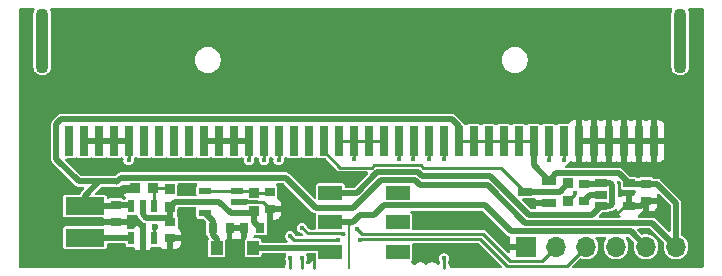
<source format=gtl>
%TF.GenerationSoftware,KiCad,Pcbnew,9.0.0*%
%TF.CreationDate,2025-03-31T15:03:09+01:00*%
%TF.ProjectId,vm_jacdaptor_no_swdio_0.1,766d5f6a-6163-4646-9170-746f725f6e6f,v0.1*%
%TF.SameCoordinates,PX58b1140PY3fe56c0*%
%TF.FileFunction,Copper,L1,Top*%
%TF.FilePolarity,Positive*%
%FSLAX45Y45*%
G04 Gerber Fmt 4.5, Leading zero omitted, Abs format (unit mm)*
G04 Created by KiCad (PCBNEW 9.0.0) date 2025-03-31 15:03:09*
%MOMM*%
%LPD*%
G01*
G04 APERTURE LIST*
%TA.AperFunction,ComponentPad*%
%ADD10R,1.700000X1.700000*%
%TD*%
%TA.AperFunction,ComponentPad*%
%ADD11O,1.700000X1.700000*%
%TD*%
%TA.AperFunction,SMDPad,CuDef*%
%ADD12C,0.125000*%
%TD*%
%TA.AperFunction,SMDPad,CuDef*%
%ADD13R,0.860000X0.810000*%
%TD*%
%TA.AperFunction,SMDPad,CuDef*%
%ADD14R,0.800000X0.900000*%
%TD*%
%TA.AperFunction,SMDPad,CuDef*%
%ADD15R,1.000000X0.700000*%
%TD*%
%TA.AperFunction,SMDPad,CuDef*%
%ADD16R,0.900000X0.800000*%
%TD*%
%TA.AperFunction,SMDPad,CuDef*%
%ADD17R,0.810000X0.860000*%
%TD*%
%TA.AperFunction,SMDPad,CuDef*%
%ADD18R,3.320000X1.500000*%
%TD*%
%TA.AperFunction,SMDPad,CuDef*%
%ADD19R,1.100000X0.600000*%
%TD*%
%TA.AperFunction,SMDPad,CuDef*%
%ADD20R,0.600000X1.100000*%
%TD*%
%TA.AperFunction,SMDPad,CuDef*%
%ADD21R,2.000000X1.200000*%
%TD*%
%TA.AperFunction,SMDPad,CuDef*%
%ADD22R,0.800000X2.500000*%
%TD*%
%TA.AperFunction,ComponentPad*%
%ADD23O,1.100000X5.500000*%
%TD*%
%TA.AperFunction,SMDPad,CuDef*%
%ADD24R,1.000000X1.200000*%
%TD*%
%TA.AperFunction,SMDPad,CuDef*%
%ADD25R,1.250000X0.700000*%
%TD*%
%TA.AperFunction,ViaPad*%
%ADD26C,0.600000*%
%TD*%
%TA.AperFunction,ViaPad*%
%ADD27C,0.450000*%
%TD*%
%TA.AperFunction,Conductor*%
%ADD28C,0.500000*%
%TD*%
%TA.AperFunction,Conductor*%
%ADD29C,0.250000*%
%TD*%
%TA.AperFunction,Conductor*%
%ADD30C,0.200000*%
%TD*%
G04 APERTURE END LIST*
D10*
%TO.P,J2,1,Pin_1*%
%TO.N,GND*%
X1395000Y-920000D03*
D11*
%TO.P,J2,2,Pin_2*%
%TO.N,/RESET*%
X1649000Y-920000D03*
%TO.P,J2,3,Pin_3*%
%TO.N,/SWCLK*%
X1903000Y-920000D03*
%TO.P,J2,4,Pin_4*%
%TO.N,/JD_DATA*%
X2157000Y-920000D03*
%TO.P,J2,5,Pin_5*%
%TO.N,JD_PWR*%
X2411000Y-920000D03*
%TO.P,J2,6,Pin_6*%
%TO.N,+3V3*%
X2665000Y-920000D03*
%TD*%
D12*
%TO.P,GS3,1,GND*%
%TO.N,GND*%
X-400000Y-1100000D03*
%TD*%
D13*
%TO.P,R4,1*%
%TO.N,/JD_DATA_MCU*%
X1750000Y-385000D03*
%TO.P,R4,2*%
%TO.N,/JD_DATA*%
X1750000Y-535000D03*
%TD*%
%TO.P,R1,1*%
%TO.N,+4V15*%
X-1620000Y-585000D03*
%TO.P,R1,2*%
%TO.N,Net-(U1-FB)*%
X-1620000Y-435000D03*
%TD*%
D14*
%TO.P,C7,1*%
%TO.N,Net-(U3-OUT)*%
X-1255000Y-760000D03*
%TO.P,C7,2*%
%TO.N,GND*%
X-1115000Y-760000D03*
%TD*%
D12*
%TO.P,GS1,1,JD_PWR*%
%TO.N,JD_PWR*%
X-100000Y-1100000D03*
%TD*%
D15*
%TO.P,U2,1,IN*%
%TO.N,Net-(U2-EN)*%
X2030000Y-385000D03*
%TO.P,U2,2,GND*%
%TO.N,GND*%
X2030000Y-480000D03*
%TO.P,U2,3,EN*%
%TO.N,Net-(U2-EN)*%
X2030000Y-575000D03*
%TO.P,U2,4,N/C*%
%TO.N,GND*%
X2270000Y-575000D03*
%TO.P,U2,5,OUT*%
%TO.N,+3V3*%
X2270000Y-385000D03*
%TD*%
D16*
%TO.P,C2,1*%
%TO.N,+4V15*%
X-1620000Y-710000D03*
%TO.P,C2,2*%
%TO.N,GND*%
X-1620000Y-850000D03*
%TD*%
D17*
%TO.P,R2,1*%
%TO.N,Net-(U1-FB)*%
X-1765000Y-425000D03*
%TO.P,R2,2*%
%TO.N,GND*%
X-1915000Y-425000D03*
%TD*%
D18*
%TO.P,L1,1,1*%
%TO.N,+3V3*%
X-2340000Y-577000D03*
%TO.P,L1,2,2*%
%TO.N,Net-(U1-SW)*%
X-2340000Y-843000D03*
%TD*%
D16*
%TO.P,C1,1*%
%TO.N,+3V3*%
X-2080000Y-570000D03*
%TO.P,C1,2*%
%TO.N,GND*%
X-2080000Y-710000D03*
%TD*%
%TO.P,C6,1*%
%TO.N,Net-(U2-EN)*%
X1890000Y-390000D03*
%TO.P,C6,2*%
%TO.N,GND*%
X1890000Y-530000D03*
%TD*%
D19*
%TO.P,U3,1,IN*%
%TO.N,+4V15*%
X-1050000Y-635000D03*
%TO.P,U3,2,GND*%
%TO.N,GND*%
X-1050000Y-540000D03*
%TO.P,U3,3,EN*%
%TO.N,Net-(U3-EN)*%
X-1050000Y-445000D03*
%TO.P,U3,4,~{FAULT}*%
X-1320000Y-445000D03*
%TO.P,U3,5,ILIM*%
%TO.N,+4V15*%
X-1320000Y-540000D03*
%TO.P,U3,6,OUT*%
%TO.N,Net-(U3-OUT)*%
X-1320000Y-635000D03*
%TD*%
D16*
%TO.P,C5,1*%
%TO.N,+3V3*%
X2410000Y-390000D03*
%TO.P,C5,2*%
%TO.N,GND*%
X2410000Y-530000D03*
%TD*%
D13*
%TO.P,R3,1*%
%TO.N,+4V15*%
X-905000Y-615000D03*
%TO.P,R3,2*%
%TO.N,Net-(U3-EN)*%
X-905000Y-465000D03*
%TD*%
D14*
%TO.P,C3,1*%
%TO.N,+4V15*%
X-855000Y-760000D03*
%TO.P,C3,2*%
%TO.N,GND*%
X-995000Y-760000D03*
%TD*%
D20*
%TO.P,U1,1,SW*%
%TO.N,Net-(U1-SW)*%
X-1945000Y-845000D03*
%TO.P,U1,2,GND*%
%TO.N,GND*%
X-1850000Y-845000D03*
%TO.P,U1,3,EN*%
%TO.N,+3V3*%
X-1755000Y-845000D03*
%TO.P,U1,4,FB*%
%TO.N,Net-(U1-FB)*%
X-1755000Y-575000D03*
%TO.P,U1,5,VOUT*%
%TO.N,+4V15*%
X-1850000Y-575000D03*
%TO.P,U1,6,VBAT*%
%TO.N,+3V3*%
X-1945000Y-575000D03*
%TD*%
D12*
%TO.P,GS14,1,RESET*%
%TO.N,/RESET*%
X-500000Y-1100000D03*
%TD*%
D21*
%TO.P,SW1,1,1*%
%TO.N,Net-(D2-Pad1)*%
X-260000Y-964500D03*
%TO.P,SW1,2,2*%
%TO.N,JD_PWR*%
X-260000Y-714500D03*
%TO.P,SW1,3,3*%
%TO.N,Net-(U2-EN)*%
X-260000Y-464500D03*
%TO.P,SW1,4,4*%
%TO.N,unconnected-(SW1-Pad4)*%
X310000Y-964500D03*
%TO.P,SW1,5,5*%
%TO.N,unconnected-(SW1-Pad5)*%
X310000Y-714500D03*
%TO.P,SW1,6,6*%
%TO.N,unconnected-(SW1-Pad6)*%
X310000Y-464500D03*
%TD*%
D12*
%TO.P,GS2,1,JD_DATA*%
%TO.N,/JD_DATA*%
X700000Y-1100000D03*
%TD*%
D22*
%TO.P,J1,1,P3*%
%TO.N,unconnected-(J1-P3-Pad1)*%
X-2476000Y-26000D03*
%TO.P,J1,2,P0*%
%TO.N,/SWCLK*%
X-2349000Y-26000D03*
%TO.P,J1,3,P0*%
X-2222000Y-26000D03*
%TO.P,J1,4,P0*%
X-2095000Y-26000D03*
%TO.P,J1,5,P0*%
X-1968000Y-26000D03*
%TO.P,J1,6,P4*%
%TO.N,unconnected-(J1-P4-Pad6)*%
X-1841000Y-26000D03*
%TO.P,J1,7,P5*%
%TO.N,unconnected-(J1-P5-Pad7)*%
X-1714000Y-26000D03*
%TO.P,J1,8,P6*%
%TO.N,unconnected-(J1-P6-Pad8)*%
X-1587000Y-26000D03*
%TO.P,J1,9,P7*%
%TO.N,unconnected-(J1-P7-Pad9)*%
X-1461000Y-26000D03*
%TO.P,J1,10,P1*%
%TO.N,/RESET*%
X-1334000Y-26000D03*
%TO.P,J1,11,P1*%
X-1206000Y-26000D03*
%TO.P,J1,12,P1*%
X-1079000Y-26000D03*
%TO.P,J1,13,P1*%
X-952000Y-26000D03*
%TO.P,J1,14,P8*%
%TO.N,/SWDIO_0*%
X-825000Y-26000D03*
%TO.P,J1,15,P9*%
%TO.N,/SWDIO_1*%
X-698000Y-26000D03*
%TO.P,J1,16,P10*%
%TO.N,unconnected-(J1-P10-Pad16)*%
X-571000Y-26000D03*
%TO.P,J1,17,P11*%
%TO.N,unconnected-(J1-P11-Pad17)*%
X-444000Y-26000D03*
%TO.P,J1,18,P12*%
%TO.N,/JD_DATA_MCU*%
X-317000Y-26000D03*
%TO.P,J1,19,P2*%
%TO.N,/SWDIO_2*%
X-190000Y-26000D03*
%TO.P,J1,20,P2*%
X-63000Y-26000D03*
%TO.P,J1,21,P2*%
X63000Y-26000D03*
%TO.P,J1,22,P2*%
X190000Y-26000D03*
%TO.P,J1,23,P13*%
%TO.N,/SWDIO_3*%
X317000Y-26000D03*
%TO.P,J1,24,P14*%
%TO.N,/SWDIO_4*%
X445000Y-26000D03*
%TO.P,J1,25,P15*%
%TO.N,/SWDIO_5*%
X572000Y-26000D03*
%TO.P,J1,26,P16*%
%TO.N,/SWDIO_6*%
X699000Y-26000D03*
%TO.P,J1,27,3V3*%
%TO.N,+3V3*%
X826000Y-26000D03*
%TO.P,J1,28,3V3*%
X953000Y-26000D03*
%TO.P,J1,29,3V3*%
X1080000Y-26000D03*
%TO.P,J1,30,3V3*%
X1207000Y-26000D03*
%TO.P,J1,31,3V3*%
X1334000Y-26000D03*
%TO.P,J1,32,3V3*%
X1461000Y-26000D03*
%TO.P,J1,33,P19*%
%TO.N,/SWDIO_7*%
X1588000Y-26000D03*
%TO.P,J1,34,P20*%
%TO.N,/SWDIO_8*%
X1714000Y-26000D03*
%TO.P,J1,35,GND*%
%TO.N,GND*%
X1841000Y-26000D03*
%TO.P,J1,36,GND*%
X1969000Y-26000D03*
%TO.P,J1,37,GND*%
X2096000Y-26000D03*
%TO.P,J1,38,GND*%
X2223000Y-26000D03*
%TO.P,J1,39,GND*%
X2350000Y-26000D03*
%TO.P,J1,40,GND*%
X2477000Y-26000D03*
D23*
%TO.P,J1,41*%
%TO.N,N/C*%
X2700000Y825000D03*
%TO.P,J1,42*%
X-2700000Y825000D03*
%TD*%
D12*
%TO.P,GS13,1,SWCLK*%
%TO.N,/SWCLK*%
X-600000Y-1100000D03*
%TD*%
D16*
%TO.P,C4,1*%
%TO.N,Net-(U3-EN)*%
X-775000Y-460000D03*
%TO.P,C4,2*%
%TO.N,GND*%
X-775000Y-600000D03*
%TD*%
D24*
%TO.P,D2,1*%
%TO.N,Net-(D2-Pad1)*%
X-915000Y-930000D03*
%TO.P,D2,2*%
%TO.N,Net-(U3-OUT)*%
X-1225000Y-930000D03*
%TD*%
D25*
%TO.P,D1,1*%
%TO.N,GND*%
X1590000Y-550000D03*
%TO.P,D1,2*%
%TO.N,+3V3*%
X1590000Y-360000D03*
%TO.P,D1,3*%
%TO.N,/JD_DATA_MCU*%
X1390000Y-455000D03*
%TD*%
D26*
%TO.N,+3V3*%
X-1750000Y-750100D03*
X-2067500Y-367500D03*
D27*
%TO.N,GND*%
X-1465000Y-445000D03*
D26*
X-2006819Y-444689D03*
D27*
X1940000Y-480000D03*
X-335000Y-305000D03*
X-402500Y-1020000D03*
X-745000Y-830000D03*
D26*
X-1930000Y-710000D03*
D27*
X2170000Y-635000D03*
X945000Y-695000D03*
X-1420000Y-245000D03*
X1435000Y-550000D03*
X1140000Y-810000D03*
X-2260000Y-255000D03*
X1020000Y-965000D03*
%TO.N,/JD_DATA*%
X1808099Y-468914D03*
X700000Y-1020000D03*
%TO.N,/SWDIO_1*%
X-700000Y-190000D03*
%TO.N,/SWDIO_2*%
X-60000Y-180000D03*
%TO.N,/SWDIO_3*%
X320000Y-176900D03*
%TO.N,/SWDIO_4*%
X440000Y-176900D03*
%TO.N,/SWDIO_5*%
X570000Y-180000D03*
%TO.N,/SWDIO_6*%
X700000Y-180000D03*
%TO.N,/SWDIO_7*%
X1590000Y-190000D03*
%TO.N,/SWCLK*%
X-6851Y-863829D03*
X-600000Y-1020000D03*
X-1970000Y-190000D03*
X-198693Y-862000D03*
X-600000Y-830000D03*
%TO.N,/RESET*%
X-32782Y-772782D03*
X-500000Y-760000D03*
X-500000Y-1020000D03*
X-152500Y-816322D03*
X-950000Y-190000D03*
%TO.N,/SWDIO_0*%
X-820000Y-190000D03*
%TO.N,/SWDIO_8*%
X1720000Y-190000D03*
%TD*%
D28*
%TO.N,+3V3*%
X-2036900Y-336900D02*
X-637800Y-336900D01*
X-2067500Y-367500D02*
X-2036900Y-336900D01*
X1390059Y-719900D02*
X2464900Y-719900D01*
X2464900Y-719900D02*
X2665000Y-920000D01*
X-2087000Y-577000D02*
X-2080000Y-570000D01*
X2184400Y-299400D02*
X1650600Y-299400D01*
X2275000Y-390000D02*
X2270000Y-385000D01*
X-2080000Y-570000D02*
X-1950000Y-570000D01*
X-384700Y-590000D02*
X-65700Y-590000D01*
D29*
X953000Y-26000D02*
X1080000Y-26000D01*
D28*
X2505000Y-390000D02*
X2665000Y-550000D01*
X-2340000Y-577000D02*
X-2087000Y-577000D01*
X-637800Y-336900D02*
X-384700Y-590000D01*
X2270000Y-385000D02*
X2184400Y-299400D01*
X495700Y-400000D02*
X1070159Y-400000D01*
X-1950000Y-570000D02*
X-1945000Y-575000D01*
X-2580000Y120000D02*
X-2540000Y160000D01*
X1650600Y-299400D02*
X1590000Y-360000D01*
X-2340000Y-577000D02*
X-2340000Y-490000D01*
D29*
X826000Y-26000D02*
X953000Y-26000D01*
X1080000Y-26000D02*
X1207000Y-26000D01*
D28*
X826000Y102200D02*
X826000Y-26000D01*
D29*
X-1755000Y-845000D02*
X-1755000Y-755100D01*
D28*
X-2340000Y-490000D02*
X-2217500Y-367500D01*
D29*
X-2080000Y-380000D02*
X-2067500Y-367500D01*
D28*
X-2217500Y-367500D02*
X-2067500Y-367500D01*
X2665000Y-550000D02*
X2665000Y-920000D01*
D29*
X1207000Y-26000D02*
X1334000Y-26000D01*
D28*
X1461000Y-26000D02*
X1461000Y-231000D01*
X1461000Y-231000D02*
X1590000Y-360000D01*
X455100Y-359400D02*
X495700Y-400000D01*
X1070159Y-400000D02*
X1390059Y-719900D01*
X-65700Y-590000D02*
X164900Y-359400D01*
X-2067500Y-367500D02*
X-2389700Y-367500D01*
X-2389700Y-367500D02*
X-2580000Y-177200D01*
X2410000Y-390000D02*
X2505000Y-390000D01*
D29*
X1334000Y-26000D02*
X1461000Y-26000D01*
D28*
X768200Y160000D02*
X826000Y102200D01*
D29*
X-1755000Y-755100D02*
X-1750000Y-750100D01*
D28*
X-2540000Y160000D02*
X768200Y160000D01*
X164900Y-359400D02*
X455100Y-359400D01*
X2410000Y-390000D02*
X2275000Y-390000D01*
X-2580000Y-177200D02*
X-2580000Y120000D01*
%TO.N,GND*%
X-1890000Y-710000D02*
X-1930000Y-710000D01*
X-995000Y-760000D02*
X-1115000Y-760000D01*
D29*
X2270000Y-575000D02*
X2230000Y-575000D01*
X-835000Y-540000D02*
X-775000Y-600000D01*
X-1050000Y-540000D02*
X-835000Y-540000D01*
D28*
X-1850000Y-750000D02*
X-1890000Y-710000D01*
X-1915000Y-425000D02*
X-1930200Y-440200D01*
X1940000Y-480000D02*
X1890000Y-530000D01*
D29*
X-400000Y-1100000D02*
X-400000Y-1022500D01*
D28*
X-1930200Y-440200D02*
X-2003058Y-440200D01*
X2365000Y-575000D02*
X2410000Y-530000D01*
D29*
X2230000Y-575000D02*
X2170000Y-635000D01*
D28*
X-1850000Y-845000D02*
X-1850000Y-750000D01*
X2030000Y-480000D02*
X1940000Y-480000D01*
X2270000Y-575000D02*
X2365000Y-575000D01*
X-2080000Y-710000D02*
X-1930000Y-710000D01*
D29*
X-400000Y-1022500D02*
X-402500Y-1020000D01*
D28*
%TO.N,+4V15*%
X-1654900Y-675100D02*
X-1620000Y-710000D01*
X-1050000Y-635000D02*
X-925000Y-635000D01*
X-1200000Y-540000D02*
X-1105000Y-635000D01*
X-905000Y-615000D02*
X-905000Y-710000D01*
X-1620000Y-585000D02*
X-1575000Y-540000D01*
X-925000Y-635000D02*
X-905000Y-615000D01*
X-1575000Y-540000D02*
X-1320000Y-540000D01*
X-1320000Y-540000D02*
X-1200000Y-540000D01*
X-1620000Y-585000D02*
X-1620000Y-710000D01*
X-905000Y-710000D02*
X-855000Y-760000D01*
X-1850000Y-575000D02*
X-1850000Y-643934D01*
X-1105000Y-635000D02*
X-1050000Y-635000D01*
X-1818834Y-675100D02*
X-1654900Y-675100D01*
X-1850000Y-643934D02*
X-1818834Y-675100D01*
D29*
%TO.N,Net-(U3-EN)*%
X-925000Y-445000D02*
X-905000Y-465000D01*
X-1050000Y-445000D02*
X-1320000Y-445000D01*
X-1050000Y-445000D02*
X-925000Y-445000D01*
X-905000Y-465000D02*
X-780000Y-465000D01*
X-780000Y-465000D02*
X-775000Y-460000D01*
D28*
%TO.N,Net-(U2-EN)*%
X135905Y-289400D02*
X-39195Y-464500D01*
X2110200Y-575000D02*
X2125100Y-560100D01*
X-39195Y-464500D02*
X-260000Y-464500D01*
X1890000Y-390000D02*
X2025000Y-390000D01*
X2030000Y-575000D02*
X2110200Y-575000D01*
X2110200Y-385000D02*
X2030000Y-385000D01*
X1955100Y-649900D02*
X1419053Y-649900D01*
X2125100Y-399900D02*
X2110200Y-385000D01*
X2030000Y-575000D02*
X1955100Y-649900D01*
X1089154Y-320000D02*
X514695Y-320000D01*
X484095Y-289400D02*
X135905Y-289400D01*
X1419053Y-649900D02*
X1089154Y-320000D01*
X2025000Y-390000D02*
X2030000Y-385000D01*
X2125100Y-560100D02*
X2125100Y-399900D01*
X514695Y-320000D02*
X484095Y-289400D01*
%TO.N,Net-(U3-OUT)*%
X-1255000Y-825000D02*
X-1225000Y-855000D01*
X-1255000Y-760000D02*
X-1255000Y-825000D01*
X-1255000Y-700000D02*
X-1320000Y-635000D01*
X-1225000Y-855000D02*
X-1225000Y-930000D01*
X-1255000Y-760000D02*
X-1255000Y-700000D01*
D29*
%TO.N,/JD_DATA_MCU*%
X-317000Y-111000D02*
X-317000Y-26000D01*
D28*
X1680000Y-455000D02*
X1750000Y-385000D01*
D29*
X507912Y-231900D02*
X112088Y-231900D01*
X112088Y-231900D02*
X93988Y-250000D01*
X-178000Y-250000D02*
X-317000Y-111000D01*
X1185000Y-250000D02*
X526012Y-250000D01*
D28*
X1390000Y-455000D02*
X1680000Y-455000D01*
D29*
X93988Y-250000D02*
X-178000Y-250000D01*
X1390000Y-455000D02*
X1185000Y-250000D01*
X526012Y-250000D02*
X507912Y-231900D01*
D28*
%TO.N,Net-(D2-Pad1)*%
X-294500Y-930000D02*
X-260000Y-964500D01*
X-915000Y-930000D02*
X-294500Y-930000D01*
%TO.N,JD_PWR*%
X104988Y-655012D02*
X190400Y-569600D01*
X-260000Y-714500D02*
X-72960Y-714500D01*
X1044400Y-569600D02*
X1264800Y-790000D01*
X-49230Y-690770D02*
X-13472Y-655012D01*
X-72960Y-714500D02*
X-49230Y-690770D01*
X-13472Y-655012D02*
X104988Y-655012D01*
D30*
X-100000Y-1100000D02*
X-100000Y-741540D01*
D28*
X190400Y-569600D02*
X1044400Y-569600D01*
X2281000Y-790000D02*
X2411000Y-920000D01*
X1264800Y-790000D02*
X2281000Y-790000D01*
D30*
X-100000Y-741540D02*
X-72960Y-714500D01*
D29*
%TO.N,/JD_DATA*%
X700000Y-1020000D02*
X700000Y-1100000D01*
X1808099Y-476900D02*
X1750000Y-535000D01*
X1808099Y-468914D02*
X1808099Y-476900D01*
%TO.N,/SWDIO_1*%
X-700000Y-190000D02*
X-700000Y-28000D01*
X-700000Y-28000D02*
X-698000Y-26000D01*
%TO.N,/SWDIO_2*%
X-63000Y-177000D02*
X-60000Y-180000D01*
X-190000Y-26000D02*
X-63000Y-26000D01*
X63000Y-26000D02*
X190000Y-26000D01*
X-63000Y-26000D02*
X63000Y-26000D01*
X-63000Y-26000D02*
X-63000Y-177000D01*
%TO.N,/SWDIO_3*%
X317000Y-26000D02*
X320000Y-29000D01*
X320000Y-29000D02*
X320000Y-176900D01*
%TO.N,/SWDIO_4*%
X440000Y-31000D02*
X440000Y-176900D01*
X445000Y-26000D02*
X440000Y-31000D01*
%TO.N,/SWDIO_5*%
X572000Y-178000D02*
X570000Y-180000D01*
X572000Y-26000D02*
X572000Y-178000D01*
%TO.N,/SWDIO_6*%
X699000Y-26000D02*
X699000Y-179000D01*
X699000Y-179000D02*
X700000Y-180000D01*
%TO.N,/SWDIO_7*%
X1590000Y-190000D02*
X1590000Y-28000D01*
X1590000Y-28000D02*
X1588000Y-26000D01*
%TO.N,/SWCLK*%
X-600000Y-1100000D02*
X-600000Y-1020000D01*
X-600000Y-830000D02*
X-568000Y-862000D01*
D28*
X-2349000Y-26000D02*
X-2222000Y-26000D01*
X-2095000Y-26000D02*
X-1968000Y-26000D01*
D29*
X-568000Y-862000D02*
X-198693Y-862000D01*
X-1970000Y-28000D02*
X-1968000Y-26000D01*
X1010000Y-855000D02*
X1978Y-855000D01*
X1740200Y-1082800D02*
X1237800Y-1082800D01*
X1903000Y-920000D02*
X1740200Y-1082800D01*
X-1970000Y-190000D02*
X-1970000Y-28000D01*
X1978Y-855000D02*
X-6851Y-863829D01*
D28*
X-2222000Y-26000D02*
X-2095000Y-26000D01*
D29*
X1237800Y-1082800D02*
X1010000Y-855000D01*
%TO.N,/RESET*%
X-149514Y-814325D02*
X-149514Y-814933D01*
X-151812Y-816190D02*
X-151823Y-816202D01*
X-149123Y-815519D02*
X-150974Y-815519D01*
X-500000Y-760000D02*
X-452900Y-807100D01*
X-152232Y-816256D02*
X-152360Y-816256D01*
X1649000Y-920000D02*
X1531400Y-1037600D01*
X-152484Y-816307D02*
X-152500Y-816322D01*
X-212963Y-807100D02*
X-212862Y-807000D01*
X-152395Y-816291D02*
X-152425Y-816291D01*
X-152425Y-816291D02*
X-152441Y-816307D01*
X1030000Y-810000D02*
X4436Y-810000D01*
X-153210Y-807000D02*
X-152500Y-807710D01*
X4436Y-810000D02*
X-32782Y-772782D01*
X-152177Y-816202D02*
X-152232Y-816256D01*
X-151411Y-816016D02*
X-151785Y-816016D01*
X-152500Y-811339D02*
X-149514Y-814325D01*
X-950000Y-28000D02*
X-952000Y-26000D01*
D28*
X-1206000Y-26000D02*
X-1079000Y-26000D01*
D29*
X-212862Y-807000D02*
X-153210Y-807000D01*
X-149072Y-815468D02*
X-149123Y-815519D01*
X-151812Y-816042D02*
X-151812Y-816190D01*
X-151107Y-815711D02*
X-151411Y-816016D01*
X-150974Y-815519D02*
X-151107Y-815653D01*
D28*
X-1079000Y-26000D02*
X-952000Y-26000D01*
D29*
X-151823Y-816202D02*
X-152177Y-816202D01*
X-152441Y-816307D02*
X-152484Y-816307D01*
X-149514Y-814933D02*
X-149072Y-815375D01*
X-950000Y-190000D02*
X-950000Y-28000D01*
X-151785Y-816016D02*
X-151812Y-816042D01*
X-149072Y-815375D02*
X-149072Y-815468D01*
X-152500Y-807710D02*
X-152500Y-811339D01*
X1257600Y-1037600D02*
X1030000Y-810000D01*
D28*
X-1334000Y-26000D02*
X-1206000Y-26000D01*
D29*
X-152360Y-816256D02*
X-152395Y-816291D01*
X-452900Y-807100D02*
X-212963Y-807100D01*
X-500000Y-1100000D02*
X-500000Y-1020000D01*
X-151107Y-815653D02*
X-151107Y-815711D01*
X1531400Y-1037600D02*
X1257600Y-1037600D01*
%TO.N,/SWDIO_0*%
X-820000Y-31000D02*
X-825000Y-26000D01*
X-820000Y-190000D02*
X-820000Y-31000D01*
%TO.N,/SWDIO_8*%
X1720000Y-32000D02*
X1714000Y-26000D01*
X1720000Y-190000D02*
X1720000Y-32000D01*
D28*
%TO.N,Net-(U1-SW)*%
X-2340000Y-843000D02*
X-1947000Y-843000D01*
X-1947000Y-843000D02*
X-1945000Y-845000D01*
D29*
%TO.N,Net-(U1-FB)*%
X-1755000Y-435000D02*
X-1765000Y-425000D01*
X-1755000Y-575000D02*
X-1755000Y-435000D01*
X-1630000Y-425000D02*
X-1620000Y-435000D01*
X-1765000Y-425000D02*
X-1630000Y-425000D01*
%TD*%
%TA.AperFunction,Conductor*%
%TO.N,GND*%
G36*
X-2770040Y1097982D02*
G01*
X-2765465Y1092701D01*
X-2764470Y1085785D01*
X-2766262Y1081109D01*
X-2766221Y1081087D01*
X-2766397Y1080759D01*
X-2766434Y1080661D01*
X-2766508Y1080550D01*
X-2766509Y1080549D01*
X-2772166Y1066892D01*
X-2772166Y1066891D01*
X-2775050Y1052392D01*
X-2775050Y1052392D01*
X-2775050Y597608D01*
X-2775050Y597608D01*
X-2775050Y597608D01*
X-2772166Y583109D01*
X-2772166Y583108D01*
X-2766509Y569451D01*
X-2766508Y569450D01*
X-2758295Y557159D01*
X-2758295Y557158D01*
X-2747842Y546705D01*
X-2747842Y546705D01*
X-2735550Y538492D01*
X-2735549Y538491D01*
X-2721892Y532834D01*
X-2721891Y532834D01*
X-2721891Y532834D01*
X-2721891Y532834D01*
X-2707392Y529950D01*
X-2707392Y529950D01*
X-2692608Y529950D01*
X-2682854Y531890D01*
X-2678109Y532834D01*
X-2664451Y538492D01*
X-2652158Y546705D01*
X-2641705Y557158D01*
X-2633492Y569451D01*
X-2627834Y583109D01*
X-2624950Y597608D01*
X-2624950Y668661D01*
X-1410050Y668661D01*
X-1410050Y651339D01*
X-1407340Y634230D01*
X-1401987Y617756D01*
X-1394123Y602321D01*
X-1383941Y588307D01*
X-1371693Y576059D01*
X-1357679Y565877D01*
X-1342245Y558013D01*
X-1325770Y552660D01*
X-1308661Y549950D01*
X-1308661Y549950D01*
X-1291339Y549950D01*
X-1291339Y549950D01*
X-1274230Y552660D01*
X-1257756Y558013D01*
X-1242321Y565877D01*
X-1228307Y576059D01*
X-1216059Y588307D01*
X-1205877Y602321D01*
X-1198013Y617756D01*
X-1192660Y634230D01*
X-1189950Y651339D01*
X-1189950Y668661D01*
X1189950Y668661D01*
X1189950Y651339D01*
X1192660Y634230D01*
X1198013Y617756D01*
X1205877Y602321D01*
X1216059Y588307D01*
X1228307Y576059D01*
X1242321Y565877D01*
X1257756Y558013D01*
X1274230Y552660D01*
X1291339Y549950D01*
X1291339Y549950D01*
X1308661Y549950D01*
X1308661Y549950D01*
X1325770Y552660D01*
X1342245Y558013D01*
X1357679Y565877D01*
X1371693Y576059D01*
X1383941Y588307D01*
X1394123Y602321D01*
X1401987Y617756D01*
X1407340Y634230D01*
X1410050Y651339D01*
X1410050Y668661D01*
X1407340Y685770D01*
X1401987Y702244D01*
X1394123Y717679D01*
X1383941Y731693D01*
X1371693Y743941D01*
X1357679Y754123D01*
X1342245Y761987D01*
X1325770Y767340D01*
X1325770Y767340D01*
X1325770Y767340D01*
X1312627Y769422D01*
X1308661Y770050D01*
X1291339Y770050D01*
X1287373Y769422D01*
X1274230Y767340D01*
X1257755Y761987D01*
X1242321Y754123D01*
X1234326Y748314D01*
X1228307Y743941D01*
X1228307Y743941D01*
X1228307Y743941D01*
X1216059Y731693D01*
X1216059Y731693D01*
X1216059Y731693D01*
X1211686Y725674D01*
X1205877Y717679D01*
X1198013Y702245D01*
X1192660Y685770D01*
X1189950Y668661D01*
X-1189950Y668661D01*
X-1192660Y685770D01*
X-1198013Y702244D01*
X-1205877Y717679D01*
X-1216059Y731693D01*
X-1228307Y743941D01*
X-1242321Y754123D01*
X-1257756Y761987D01*
X-1274230Y767340D01*
X-1274230Y767340D01*
X-1274230Y767340D01*
X-1287373Y769422D01*
X-1291339Y770050D01*
X-1308661Y770050D01*
X-1312627Y769422D01*
X-1325770Y767340D01*
X-1342245Y761987D01*
X-1357679Y754123D01*
X-1365674Y748314D01*
X-1371693Y743941D01*
X-1371693Y743941D01*
X-1371693Y743941D01*
X-1383941Y731693D01*
X-1383941Y731693D01*
X-1383941Y731693D01*
X-1388314Y725674D01*
X-1394123Y717679D01*
X-1401987Y702245D01*
X-1407340Y685770D01*
X-1410050Y668661D01*
X-2624950Y668661D01*
X-2624950Y1052392D01*
X-2624950Y1052392D01*
X-2627834Y1066891D01*
X-2627834Y1066891D01*
X-2627834Y1066891D01*
X-2627834Y1066892D01*
X-2633491Y1080549D01*
X-2633492Y1080550D01*
X-2633566Y1080661D01*
X-2633587Y1080728D01*
X-2633779Y1081087D01*
X-2633711Y1081124D01*
X-2635654Y1087328D01*
X-2633806Y1094066D01*
X-2628608Y1098736D01*
X-2623256Y1099950D01*
X2623256Y1099950D01*
X2629960Y1097982D01*
X2634535Y1092701D01*
X2635530Y1085785D01*
X2633738Y1081109D01*
X2633779Y1081087D01*
X2633603Y1080759D01*
X2633566Y1080661D01*
X2633492Y1080550D01*
X2633491Y1080549D01*
X2627834Y1066892D01*
X2627834Y1066891D01*
X2624950Y1052392D01*
X2624950Y1052392D01*
X2624950Y597608D01*
X2624950Y597608D01*
X2624950Y597608D01*
X2627834Y583109D01*
X2627834Y583108D01*
X2633491Y569451D01*
X2633492Y569450D01*
X2641705Y557159D01*
X2641705Y557158D01*
X2652158Y546705D01*
X2652158Y546705D01*
X2664450Y538492D01*
X2664451Y538491D01*
X2678108Y532834D01*
X2678109Y532834D01*
X2678109Y532834D01*
X2678109Y532834D01*
X2692608Y529950D01*
X2692608Y529950D01*
X2707392Y529950D01*
X2717146Y531890D01*
X2721891Y532834D01*
X2735550Y538492D01*
X2747842Y546705D01*
X2758295Y557158D01*
X2766508Y569451D01*
X2772166Y583109D01*
X2775050Y597608D01*
X2775050Y1052392D01*
X2775050Y1052392D01*
X2772166Y1066891D01*
X2772166Y1066891D01*
X2772166Y1066891D01*
X2772166Y1066892D01*
X2766509Y1080549D01*
X2766508Y1080550D01*
X2766434Y1080661D01*
X2766413Y1080728D01*
X2766221Y1081087D01*
X2766289Y1081124D01*
X2764346Y1087328D01*
X2766194Y1094066D01*
X2771392Y1098736D01*
X2776744Y1099950D01*
X2887550Y1099950D01*
X2894254Y1097982D01*
X2898829Y1092701D01*
X2899950Y1087550D01*
X2899950Y-1087600D01*
X2897981Y-1094304D01*
X2892701Y-1098879D01*
X2887550Y-1100000D01*
X1798969Y-1100000D01*
X1792265Y-1098032D01*
X1787689Y-1092751D01*
X1786695Y-1085835D01*
X1789598Y-1079480D01*
X1790201Y-1078832D01*
X1849289Y-1019743D01*
X1855422Y-1016395D01*
X1862391Y-1016893D01*
X1862802Y-1017055D01*
X1872358Y-1021013D01*
X1892653Y-1025050D01*
X1892653Y-1025050D01*
X1892653Y-1025050D01*
X1913347Y-1025050D01*
X1913347Y-1025050D01*
X1933642Y-1021013D01*
X1952760Y-1013094D01*
X1969965Y-1001598D01*
X1984598Y-986965D01*
X1996094Y-969760D01*
X2004013Y-950642D01*
X2008050Y-930346D01*
X2008050Y-909653D01*
X2004013Y-889358D01*
X1996094Y-870240D01*
X1996094Y-870240D01*
X1996094Y-870240D01*
X1985469Y-854339D01*
X1983382Y-847671D01*
X1985230Y-840933D01*
X1990428Y-836264D01*
X1995780Y-835050D01*
X2064220Y-835050D01*
X2070924Y-837018D01*
X2075500Y-842299D01*
X2076494Y-849215D01*
X2074531Y-854339D01*
X2063906Y-870240D01*
X2063906Y-870240D01*
X2055987Y-889358D01*
X2055987Y-889359D01*
X2051950Y-909653D01*
X2051950Y-930347D01*
X2055987Y-950641D01*
X2055987Y-950642D01*
X2062594Y-966592D01*
X2063906Y-969760D01*
X2066333Y-973392D01*
X2075402Y-986966D01*
X2090034Y-1001597D01*
X2090034Y-1001598D01*
X2107240Y-1013094D01*
X2126358Y-1021013D01*
X2146653Y-1025050D01*
X2146653Y-1025050D01*
X2146654Y-1025050D01*
X2167347Y-1025050D01*
X2167347Y-1025050D01*
X2187642Y-1021013D01*
X2206760Y-1013094D01*
X2223966Y-1001598D01*
X2238598Y-986965D01*
X2250094Y-969760D01*
X2258013Y-950642D01*
X2262050Y-930346D01*
X2262050Y-909653D01*
X2258013Y-889358D01*
X2250094Y-870240D01*
X2250094Y-870240D01*
X2250094Y-870240D01*
X2239469Y-854339D01*
X2239166Y-853369D01*
X2238500Y-852601D01*
X2238139Y-850091D01*
X2237382Y-847671D01*
X2237650Y-846691D01*
X2237506Y-845685D01*
X2238559Y-843378D01*
X2239230Y-840933D01*
X2239986Y-840254D01*
X2240408Y-839330D01*
X2242542Y-837959D01*
X2244428Y-836264D01*
X2245588Y-836001D01*
X2246286Y-835552D01*
X2249780Y-835050D01*
X2257204Y-835050D01*
X2263907Y-837018D01*
X2265972Y-838682D01*
X2306406Y-879116D01*
X2309754Y-885248D01*
X2309799Y-890303D01*
X2305950Y-909653D01*
X2305950Y-930347D01*
X2309987Y-950641D01*
X2309987Y-950642D01*
X2316594Y-966592D01*
X2317906Y-969760D01*
X2320333Y-973392D01*
X2329402Y-986966D01*
X2344034Y-1001597D01*
X2344035Y-1001598D01*
X2361240Y-1013094D01*
X2380358Y-1021013D01*
X2400653Y-1025050D01*
X2400653Y-1025050D01*
X2400654Y-1025050D01*
X2421347Y-1025050D01*
X2421347Y-1025050D01*
X2441642Y-1021013D01*
X2460760Y-1013094D01*
X2477966Y-1001598D01*
X2492598Y-986965D01*
X2504094Y-969760D01*
X2512013Y-950642D01*
X2516050Y-930346D01*
X2516050Y-909653D01*
X2512013Y-889358D01*
X2504094Y-870240D01*
X2492598Y-853034D01*
X2492598Y-853034D01*
X2477966Y-838402D01*
X2465062Y-829781D01*
X2460760Y-826906D01*
X2459822Y-826517D01*
X2441642Y-818987D01*
X2441641Y-818987D01*
X2421347Y-814950D01*
X2421347Y-814950D01*
X2400654Y-814950D01*
X2396314Y-815813D01*
X2381303Y-818799D01*
X2374344Y-818176D01*
X2370116Y-815405D01*
X2357176Y-802466D01*
X2340828Y-786118D01*
X2337480Y-779986D01*
X2337978Y-773017D01*
X2342165Y-767423D01*
X2348712Y-764982D01*
X2349597Y-764950D01*
X2441104Y-764950D01*
X2447807Y-766918D01*
X2449872Y-768582D01*
X2560405Y-879116D01*
X2563754Y-885248D01*
X2563799Y-890303D01*
X2559950Y-909653D01*
X2559950Y-930347D01*
X2563987Y-950641D01*
X2563987Y-950642D01*
X2570594Y-966592D01*
X2571906Y-969760D01*
X2574333Y-973392D01*
X2583402Y-986966D01*
X2598034Y-1001597D01*
X2598035Y-1001598D01*
X2615240Y-1013094D01*
X2634358Y-1021013D01*
X2654653Y-1025050D01*
X2654653Y-1025050D01*
X2654654Y-1025050D01*
X2675347Y-1025050D01*
X2675347Y-1025050D01*
X2695642Y-1021013D01*
X2714760Y-1013094D01*
X2731966Y-1001598D01*
X2746598Y-986965D01*
X2758094Y-969760D01*
X2766013Y-950642D01*
X2770050Y-930346D01*
X2770050Y-909653D01*
X2766013Y-889358D01*
X2758094Y-870240D01*
X2746598Y-853034D01*
X2746598Y-853034D01*
X2731966Y-838402D01*
X2715561Y-827441D01*
X2711080Y-822080D01*
X2710050Y-817131D01*
X2710050Y-544069D01*
X2710050Y-544069D01*
X2706980Y-532611D01*
X2706980Y-532611D01*
X2702635Y-525086D01*
X2701049Y-522339D01*
X2701049Y-522338D01*
X2532662Y-353951D01*
X2532661Y-353951D01*
X2527525Y-350986D01*
X2522389Y-348020D01*
X2521178Y-347696D01*
X2519967Y-347371D01*
X2519967Y-347371D01*
X2515956Y-346297D01*
X2510931Y-344950D01*
X2510931Y-344950D01*
X2482368Y-344950D01*
X2475664Y-342982D01*
X2472058Y-339439D01*
X2469455Y-335545D01*
X2462823Y-331113D01*
X2462823Y-331113D01*
X2456975Y-329950D01*
X2456975Y-329950D01*
X2363025Y-329950D01*
X2363025Y-329950D01*
X2357177Y-331113D01*
X2357177Y-331113D01*
X2349529Y-336223D01*
X2349308Y-335892D01*
X2345136Y-338170D01*
X2338167Y-337672D01*
X2335604Y-336024D01*
X2335471Y-336223D01*
X2327823Y-331113D01*
X2327823Y-331113D01*
X2321975Y-329950D01*
X2321975Y-329950D01*
X2283797Y-329950D01*
X2277093Y-327982D01*
X2275029Y-326318D01*
X2212062Y-263351D01*
X2212061Y-263351D01*
X2206130Y-259927D01*
X2201789Y-257420D01*
X2200578Y-257096D01*
X2199367Y-256771D01*
X2199367Y-256771D01*
X2195548Y-255748D01*
X2190331Y-254350D01*
X1738430Y-254350D01*
X1731726Y-252381D01*
X1727151Y-247101D01*
X1726157Y-240185D01*
X1729059Y-233830D01*
X1734937Y-230052D01*
X1735218Y-229973D01*
X1736424Y-229650D01*
X1746126Y-224048D01*
X1754048Y-216126D01*
X1759650Y-206424D01*
X1760378Y-203706D01*
X1764015Y-197740D01*
X1770299Y-194687D01*
X1776689Y-195297D01*
X1790262Y-200360D01*
X1790263Y-200360D01*
X1796215Y-201000D01*
X1796217Y-201000D01*
X1816000Y-201000D01*
X1866000Y-201000D01*
X1885783Y-201000D01*
X1885784Y-201000D01*
X1891738Y-200360D01*
X1891738Y-200360D01*
X1900667Y-197029D01*
X1907636Y-196531D01*
X1909333Y-197029D01*
X1918262Y-200360D01*
X1918262Y-200360D01*
X1924215Y-201000D01*
X1924217Y-201000D01*
X1944000Y-201000D01*
X1994000Y-201000D01*
X2013783Y-201000D01*
X2013784Y-201000D01*
X2019737Y-200360D01*
X2019738Y-200360D01*
X2028167Y-197216D01*
X2035136Y-196717D01*
X2036833Y-197216D01*
X2045262Y-200360D01*
X2045263Y-200360D01*
X2051215Y-201000D01*
X2051217Y-201000D01*
X2071000Y-201000D01*
X2121000Y-201000D01*
X2140783Y-201000D01*
X2140784Y-201000D01*
X2146737Y-200360D01*
X2146738Y-200360D01*
X2155167Y-197216D01*
X2162136Y-196717D01*
X2163833Y-197216D01*
X2172262Y-200360D01*
X2172263Y-200360D01*
X2178216Y-201000D01*
X2178217Y-201000D01*
X2198000Y-201000D01*
X2248000Y-201000D01*
X2267783Y-201000D01*
X2267784Y-201000D01*
X2273737Y-200360D01*
X2273738Y-200360D01*
X2282167Y-197216D01*
X2289136Y-196717D01*
X2290833Y-197216D01*
X2299262Y-200360D01*
X2299263Y-200360D01*
X2305216Y-201000D01*
X2305217Y-201000D01*
X2325000Y-201000D01*
X2375000Y-201000D01*
X2394783Y-201000D01*
X2394784Y-201000D01*
X2400737Y-200360D01*
X2400738Y-200360D01*
X2409167Y-197216D01*
X2416136Y-196717D01*
X2417833Y-197216D01*
X2426262Y-200360D01*
X2426263Y-200360D01*
X2432216Y-201000D01*
X2432217Y-201000D01*
X2452000Y-201000D01*
X2502000Y-201000D01*
X2521783Y-201000D01*
X2521784Y-201000D01*
X2527737Y-200360D01*
X2527738Y-200360D01*
X2541209Y-195335D01*
X2541209Y-195335D01*
X2552719Y-186719D01*
X2552719Y-186719D01*
X2561335Y-175209D01*
X2561335Y-175209D01*
X2566360Y-161738D01*
X2566360Y-161737D01*
X2567000Y-155784D01*
X2567000Y-155783D01*
X2567000Y-51000D01*
X2502000Y-51000D01*
X2502000Y-201000D01*
X2452000Y-201000D01*
X2452000Y-51000D01*
X2375000Y-51000D01*
X2375000Y-201000D01*
X2325000Y-201000D01*
X2325000Y-51000D01*
X2248000Y-51000D01*
X2248000Y-201000D01*
X2198000Y-201000D01*
X2198000Y-51000D01*
X2121000Y-51000D01*
X2121000Y-201000D01*
X2071000Y-201000D01*
X2071000Y-51000D01*
X1994000Y-51000D01*
X1994000Y-201000D01*
X1944000Y-201000D01*
X1944000Y-51000D01*
X1866000Y-51000D01*
X1866000Y-201000D01*
X1816000Y-201000D01*
X1816000Y-1000D01*
X1866000Y-1000D01*
X1944000Y-1000D01*
X1994000Y-1000D01*
X2071000Y-1000D01*
X2121000Y-1000D01*
X2198000Y-1000D01*
X2248000Y-1000D01*
X2325000Y-1000D01*
X2375000Y-1000D01*
X2452000Y-1000D01*
X2502000Y-1000D01*
X2567000Y-1000D01*
X2567000Y103783D01*
X2567000Y103784D01*
X2566360Y109737D01*
X2566360Y109738D01*
X2561335Y123209D01*
X2561335Y123209D01*
X2552719Y134719D01*
X2552719Y134719D01*
X2541209Y143335D01*
X2541209Y143336D01*
X2527738Y148360D01*
X2527737Y148360D01*
X2521784Y149000D01*
X2502000Y149000D01*
X2502000Y-1000D01*
X2452000Y-1000D01*
X2452000Y149000D01*
X2432216Y149000D01*
X2426263Y148360D01*
X2426262Y148360D01*
X2417833Y145216D01*
X2410864Y144718D01*
X2409167Y145216D01*
X2400738Y148360D01*
X2400737Y148360D01*
X2394784Y149000D01*
X2375000Y149000D01*
X2375000Y-1000D01*
X2325000Y-1000D01*
X2325000Y149000D01*
X2305216Y149000D01*
X2299263Y148360D01*
X2299262Y148360D01*
X2290833Y145216D01*
X2283864Y144718D01*
X2282167Y145216D01*
X2273738Y148360D01*
X2273737Y148360D01*
X2267784Y149000D01*
X2248000Y149000D01*
X2248000Y-1000D01*
X2198000Y-1000D01*
X2198000Y149000D01*
X2178216Y149000D01*
X2172263Y148360D01*
X2172262Y148360D01*
X2163833Y145216D01*
X2156864Y144718D01*
X2155167Y145216D01*
X2146738Y148360D01*
X2146737Y148360D01*
X2140784Y149000D01*
X2121000Y149000D01*
X2121000Y-1000D01*
X2071000Y-1000D01*
X2071000Y149000D01*
X2051215Y149000D01*
X2045263Y148360D01*
X2045262Y148360D01*
X2036833Y145216D01*
X2029864Y144718D01*
X2028167Y145216D01*
X2019738Y148360D01*
X2019737Y148360D01*
X2013784Y149000D01*
X1994000Y149000D01*
X1994000Y-1000D01*
X1944000Y-1000D01*
X1944000Y149000D01*
X1924215Y149000D01*
X1918263Y148360D01*
X1918262Y148360D01*
X1909333Y145030D01*
X1902364Y144531D01*
X1900667Y145030D01*
X1891738Y148360D01*
X1891737Y148360D01*
X1885784Y149000D01*
X1866000Y149000D01*
X1866000Y-1000D01*
X1816000Y-1000D01*
X1816000Y149000D01*
X1796215Y149000D01*
X1790263Y148360D01*
X1790262Y148360D01*
X1776791Y143336D01*
X1776791Y143335D01*
X1765281Y134719D01*
X1765281Y134719D01*
X1757271Y124019D01*
X1751678Y119832D01*
X1747344Y119050D01*
X1672025Y119050D01*
X1666177Y117887D01*
X1666177Y117887D01*
X1658529Y112777D01*
X1658419Y112942D01*
X1653636Y110330D01*
X1646667Y110828D01*
X1643520Y112851D01*
X1643471Y112777D01*
X1635823Y117887D01*
X1635823Y117887D01*
X1629975Y119050D01*
X1629975Y119050D01*
X1546025Y119050D01*
X1546025Y119050D01*
X1540177Y117887D01*
X1540177Y117887D01*
X1533545Y113455D01*
X1533268Y113179D01*
X1527136Y109830D01*
X1520167Y110328D01*
X1515732Y113179D01*
X1515455Y113455D01*
X1508823Y117887D01*
X1508823Y117887D01*
X1502975Y119050D01*
X1502975Y119050D01*
X1419025Y119050D01*
X1419025Y119050D01*
X1413177Y117887D01*
X1413177Y117887D01*
X1406545Y113455D01*
X1406268Y113179D01*
X1400136Y109830D01*
X1393167Y110328D01*
X1388732Y113179D01*
X1388455Y113455D01*
X1381823Y117887D01*
X1381823Y117887D01*
X1375975Y119050D01*
X1375975Y119050D01*
X1292025Y119050D01*
X1292025Y119050D01*
X1286177Y117887D01*
X1286177Y117887D01*
X1279545Y113455D01*
X1279268Y113179D01*
X1273136Y109830D01*
X1266167Y110328D01*
X1261732Y113179D01*
X1261455Y113455D01*
X1254823Y117887D01*
X1254823Y117887D01*
X1248975Y119050D01*
X1248975Y119050D01*
X1165025Y119050D01*
X1165025Y119050D01*
X1159177Y117887D01*
X1159177Y117887D01*
X1152545Y113455D01*
X1152268Y113179D01*
X1146136Y109830D01*
X1139167Y110328D01*
X1134732Y113179D01*
X1134455Y113455D01*
X1127823Y117887D01*
X1127823Y117887D01*
X1121975Y119050D01*
X1121975Y119050D01*
X1038025Y119050D01*
X1038025Y119050D01*
X1032177Y117887D01*
X1032177Y117887D01*
X1025545Y113455D01*
X1025268Y113179D01*
X1019136Y109830D01*
X1012167Y110328D01*
X1007732Y113179D01*
X1007455Y113455D01*
X1000823Y117887D01*
X1000823Y117887D01*
X994975Y119050D01*
X994975Y119050D01*
X911025Y119050D01*
X911025Y119050D01*
X905177Y117887D01*
X905177Y117887D01*
X898545Y113455D01*
X898268Y113179D01*
X892136Y109830D01*
X885167Y110328D01*
X883030Y111369D01*
X881033Y112590D01*
X880455Y113455D01*
X873823Y117887D01*
X871675Y118314D01*
X869791Y119467D01*
X868868Y120485D01*
X867650Y121122D01*
X865521Y123847D01*
X865461Y123951D01*
X865461Y123951D01*
X862049Y129861D01*
X795861Y196049D01*
X789930Y199473D01*
X785589Y201980D01*
X784378Y202304D01*
X783167Y202629D01*
X783167Y202629D01*
X779348Y203652D01*
X774131Y205050D01*
X-2545931Y205050D01*
X-2552806Y203208D01*
X-2557389Y201980D01*
X-2557389Y201980D01*
X-2561731Y199473D01*
X-2561730Y199473D01*
X-2567661Y196049D01*
X-2567662Y196049D01*
X-2616049Y147662D01*
X-2616049Y147661D01*
X-2621980Y137389D01*
X-2621980Y137388D01*
X-2625050Y125931D01*
X-2625050Y-183131D01*
X-2623096Y-190423D01*
X-2623095Y-190429D01*
X-2621980Y-194588D01*
X-2618648Y-200360D01*
X-2616049Y-204861D01*
X-2417361Y-403549D01*
X-2417361Y-403549D01*
X-2417361Y-403549D01*
X-2413786Y-405613D01*
X-2413786Y-405613D01*
X-2413786Y-405613D01*
X-2407089Y-409480D01*
X-2395631Y-412550D01*
X-2356197Y-412550D01*
X-2349493Y-414518D01*
X-2344917Y-419799D01*
X-2343923Y-426715D01*
X-2346825Y-433070D01*
X-2347428Y-433718D01*
X-2376049Y-462338D01*
X-2376049Y-462339D01*
X-2381980Y-472611D01*
X-2381980Y-472612D01*
X-2381981Y-472615D01*
X-2382021Y-472763D01*
X-2385659Y-478728D01*
X-2391944Y-481779D01*
X-2393997Y-481950D01*
X-2507975Y-481950D01*
X-2513823Y-483113D01*
X-2513823Y-483113D01*
X-2520455Y-487545D01*
X-2524887Y-494177D01*
X-2524887Y-494177D01*
X-2526050Y-500025D01*
X-2526050Y-653975D01*
X-2524887Y-659823D01*
X-2524887Y-659823D01*
X-2520455Y-666455D01*
X-2513823Y-670887D01*
X-2513823Y-670887D01*
X-2507975Y-672050D01*
X-2507975Y-672050D01*
X-2187400Y-672050D01*
X-2180696Y-674019D01*
X-2176121Y-679299D01*
X-2175000Y-684450D01*
X-2175000Y-685000D01*
X-1985000Y-685000D01*
X-1985000Y-665217D01*
X-1985000Y-665217D01*
X-1985155Y-663776D01*
X-1983914Y-656900D01*
X-1979153Y-651786D01*
X-1972826Y-650050D01*
X-1913025Y-650050D01*
X-1911643Y-649775D01*
X-1907303Y-648912D01*
X-1900344Y-649535D01*
X-1894826Y-653821D01*
X-1892907Y-657864D01*
X-1891980Y-661322D01*
X-1891980Y-661323D01*
X-1889807Y-665086D01*
X-1886049Y-671595D01*
X-1846495Y-711149D01*
X-1836223Y-717080D01*
X-1834883Y-717439D01*
X-1833566Y-717792D01*
X-1832551Y-718064D01*
X-1830041Y-718736D01*
X-1824075Y-722373D01*
X-1821022Y-728657D01*
X-1821022Y-728658D01*
X-1821022Y-728658D01*
X-1821109Y-729390D01*
X-1821851Y-735595D01*
X-1824482Y-739482D01*
X-1825000Y-740000D01*
X-1825000Y-950000D01*
X-1815217Y-950000D01*
X-1815216Y-950000D01*
X-1809263Y-949360D01*
X-1809262Y-949360D01*
X-1795791Y-944335D01*
X-1795791Y-944335D01*
X-1784281Y-935719D01*
X-1784281Y-935719D01*
X-1776271Y-925019D01*
X-1770678Y-920832D01*
X-1766344Y-920050D01*
X-1723025Y-920050D01*
X-1723025Y-920050D01*
X-1721551Y-919757D01*
X-1715979Y-918648D01*
X-1715943Y-918828D01*
X-1710472Y-918239D01*
X-1704224Y-921366D01*
X-1702746Y-923011D01*
X-1700719Y-925719D01*
X-1689209Y-934335D01*
X-1689209Y-934335D01*
X-1675738Y-939360D01*
X-1675737Y-939360D01*
X-1669784Y-940000D01*
X-1669783Y-940000D01*
X-1645000Y-940000D01*
X-1595000Y-940000D01*
X-1570217Y-940000D01*
X-1570216Y-940000D01*
X-1564263Y-939360D01*
X-1564262Y-939360D01*
X-1550791Y-934335D01*
X-1550791Y-934335D01*
X-1539281Y-925719D01*
X-1539281Y-925719D01*
X-1530665Y-914209D01*
X-1530665Y-914209D01*
X-1525640Y-900738D01*
X-1525640Y-900737D01*
X-1525000Y-894784D01*
X-1525000Y-894783D01*
X-1525000Y-875000D01*
X-1595000Y-875000D01*
X-1595000Y-940000D01*
X-1645000Y-940000D01*
X-1645000Y-862400D01*
X-1643031Y-855696D01*
X-1637751Y-851121D01*
X-1632600Y-850000D01*
X-1620000Y-850000D01*
X-1620000Y-837400D01*
X-1618031Y-830696D01*
X-1612751Y-826121D01*
X-1607600Y-825000D01*
X-1525000Y-825000D01*
X-1525000Y-805217D01*
X-1525000Y-805215D01*
X-1525640Y-799263D01*
X-1525640Y-799262D01*
X-1530665Y-785791D01*
X-1530665Y-785791D01*
X-1539281Y-774281D01*
X-1539281Y-774281D01*
X-1550526Y-765863D01*
X-1554713Y-760269D01*
X-1555257Y-753517D01*
X-1554950Y-751975D01*
X-1554950Y-668025D01*
X-1554950Y-668025D01*
X-1554950Y-668025D01*
X-1556113Y-662177D01*
X-1556113Y-662177D01*
X-1560545Y-655545D01*
X-1560792Y-655297D01*
X-1561159Y-654625D01*
X-1561223Y-654529D01*
X-1561215Y-654524D01*
X-1564141Y-649165D01*
X-1563642Y-642196D01*
X-1562334Y-639640D01*
X-1560811Y-637360D01*
X-1558113Y-633323D01*
X-1558113Y-633323D01*
X-1556950Y-627475D01*
X-1556950Y-627475D01*
X-1556950Y-597450D01*
X-1554981Y-590746D01*
X-1549701Y-586171D01*
X-1544550Y-585050D01*
X-1406584Y-585050D01*
X-1399880Y-587019D01*
X-1395305Y-592299D01*
X-1394310Y-599215D01*
X-1394422Y-599869D01*
X-1395050Y-603025D01*
X-1395050Y-666975D01*
X-1393887Y-672823D01*
X-1393887Y-672823D01*
X-1389455Y-679455D01*
X-1382823Y-683887D01*
X-1382823Y-683887D01*
X-1376975Y-685050D01*
X-1376975Y-685050D01*
X-1376975Y-685050D01*
X-1338797Y-685050D01*
X-1335853Y-685914D01*
X-1332854Y-686567D01*
X-1332352Y-686942D01*
X-1332093Y-687019D01*
X-1330029Y-688681D01*
X-1318183Y-700527D01*
X-1314835Y-706660D01*
X-1314789Y-711714D01*
X-1315050Y-713025D01*
X-1315050Y-806975D01*
X-1313887Y-812823D01*
X-1313887Y-812823D01*
X-1309455Y-819455D01*
X-1305471Y-822117D01*
X-1300990Y-827479D01*
X-1300729Y-828128D01*
X-1300050Y-829965D01*
X-1300050Y-830931D01*
X-1298235Y-837703D01*
X-1296980Y-842389D01*
X-1292746Y-849722D01*
X-1292381Y-850710D01*
X-1292211Y-853187D01*
X-1291625Y-855600D01*
X-1291973Y-856654D01*
X-1291902Y-857681D01*
X-1292922Y-859536D01*
X-1293421Y-861048D01*
X-1293419Y-861049D01*
X-1293426Y-861065D01*
X-1293701Y-861899D01*
X-1293887Y-862177D01*
X-1293887Y-862177D01*
X-1295050Y-868025D01*
X-1295050Y-991975D01*
X-1293887Y-997823D01*
X-1293887Y-997823D01*
X-1289455Y-1004455D01*
X-1282823Y-1008887D01*
X-1282823Y-1008887D01*
X-1276975Y-1010050D01*
X-1276975Y-1010050D01*
X-1276975Y-1010050D01*
X-1173025Y-1010050D01*
X-1173025Y-1010050D01*
X-1171543Y-1009755D01*
X-1167177Y-1008887D01*
X-1167177Y-1008887D01*
X-1167177Y-1008887D01*
X-1160545Y-1004455D01*
X-1156113Y-997823D01*
X-1156113Y-997823D01*
X-1156113Y-997823D01*
X-1154950Y-991975D01*
X-1154950Y-991975D01*
X-1154950Y-867416D01*
X-1154661Y-867416D01*
X-1153598Y-861767D01*
X-1148800Y-856689D01*
X-1142552Y-855000D01*
X-1140000Y-855000D01*
X-1090000Y-855000D01*
X-1070217Y-855000D01*
X-1070216Y-855000D01*
X-1064262Y-854360D01*
X-1064262Y-854360D01*
X-1059334Y-852521D01*
X-1052364Y-852023D01*
X-1050667Y-852521D01*
X-1045738Y-854360D01*
X-1039784Y-855000D01*
X-1039783Y-855000D01*
X-1020000Y-855000D01*
X-1020000Y-785000D01*
X-1090000Y-785000D01*
X-1090000Y-855000D01*
X-1140000Y-855000D01*
X-1140000Y-772400D01*
X-1138032Y-765696D01*
X-1132751Y-761121D01*
X-1127600Y-760000D01*
X-1115000Y-760000D01*
X-1115000Y-747400D01*
X-1113032Y-740696D01*
X-1107751Y-736121D01*
X-1102600Y-735000D01*
X-1007400Y-735000D01*
X-1000696Y-736968D01*
X-996121Y-742249D01*
X-995000Y-747400D01*
X-995000Y-760000D01*
X-982400Y-760000D01*
X-975696Y-761968D01*
X-971121Y-767249D01*
X-970000Y-772400D01*
X-970000Y-842599D01*
X-971968Y-849303D01*
X-975511Y-852909D01*
X-979455Y-855545D01*
X-983887Y-862177D01*
X-983887Y-862177D01*
X-985050Y-868025D01*
X-985050Y-991975D01*
X-983887Y-997823D01*
X-983887Y-997823D01*
X-979455Y-1004455D01*
X-972823Y-1008887D01*
X-972823Y-1008887D01*
X-966975Y-1010050D01*
X-966975Y-1010050D01*
X-966975Y-1010050D01*
X-863025Y-1010050D01*
X-863025Y-1010050D01*
X-861543Y-1009755D01*
X-857177Y-1008887D01*
X-857177Y-1008887D01*
X-857177Y-1008887D01*
X-850545Y-1004455D01*
X-846113Y-997823D01*
X-846113Y-997823D01*
X-846113Y-997823D01*
X-844950Y-991975D01*
X-844950Y-991975D01*
X-844950Y-987450D01*
X-842981Y-980746D01*
X-837701Y-976171D01*
X-832550Y-975050D01*
X-644658Y-975050D01*
X-637954Y-977018D01*
X-633379Y-982299D01*
X-632384Y-989215D01*
X-633919Y-993650D01*
X-634048Y-993873D01*
X-634049Y-993874D01*
X-636152Y-997517D01*
X-639650Y-1003576D01*
X-639650Y-1003576D01*
X-642550Y-1014398D01*
X-642550Y-1025602D01*
X-639741Y-1036085D01*
X-639650Y-1036424D01*
X-639650Y-1036424D01*
X-634211Y-1045844D01*
X-633796Y-1047393D01*
X-633052Y-1048551D01*
X-632550Y-1052044D01*
X-632550Y-1056880D01*
X-634519Y-1063584D01*
X-636182Y-1065648D01*
X-639668Y-1069134D01*
X-646194Y-1080438D01*
X-646194Y-1080438D01*
X-648973Y-1090809D01*
X-652609Y-1096775D01*
X-658894Y-1099828D01*
X-660950Y-1100000D01*
X-2887550Y-1100000D01*
X-2894254Y-1098032D01*
X-2898829Y-1092751D01*
X-2899950Y-1087600D01*
X-2899950Y-766025D01*
X-2526050Y-766025D01*
X-2526050Y-919975D01*
X-2524887Y-925823D01*
X-2524887Y-925823D01*
X-2520455Y-932455D01*
X-2513823Y-936887D01*
X-2513823Y-936887D01*
X-2507975Y-938050D01*
X-2507975Y-938050D01*
X-2507975Y-938050D01*
X-2172025Y-938050D01*
X-2172025Y-938050D01*
X-2170543Y-937755D01*
X-2166177Y-936887D01*
X-2166177Y-936887D01*
X-2166177Y-936887D01*
X-2159545Y-932455D01*
X-2155113Y-925823D01*
X-2155113Y-925823D01*
X-2155113Y-925823D01*
X-2153965Y-920050D01*
X-2153950Y-919975D01*
X-2153950Y-900450D01*
X-2151982Y-893746D01*
X-2146701Y-889171D01*
X-2141550Y-888050D01*
X-2007450Y-888050D01*
X-2000746Y-890018D01*
X-1996171Y-895299D01*
X-1995050Y-900450D01*
X-1995050Y-901975D01*
X-1993887Y-907823D01*
X-1993887Y-907823D01*
X-1989455Y-914455D01*
X-1982823Y-918887D01*
X-1982823Y-918887D01*
X-1976975Y-920050D01*
X-1976975Y-920050D01*
X-1933656Y-920050D01*
X-1926952Y-922018D01*
X-1923729Y-925019D01*
X-1915719Y-935719D01*
X-1915719Y-935719D01*
X-1904209Y-944335D01*
X-1904209Y-944335D01*
X-1890738Y-949360D01*
X-1890737Y-949360D01*
X-1884784Y-950000D01*
X-1884783Y-950000D01*
X-1875000Y-950000D01*
X-1875000Y-740000D01*
X-1884784Y-740000D01*
X-1890737Y-740640D01*
X-1890738Y-740640D01*
X-1904209Y-745664D01*
X-1904209Y-745665D01*
X-1915719Y-754281D01*
X-1915719Y-754281D01*
X-1923729Y-764981D01*
X-1929322Y-769168D01*
X-1933656Y-769950D01*
X-1972826Y-769950D01*
X-1979530Y-767981D01*
X-1984105Y-762701D01*
X-1985155Y-756224D01*
X-1985000Y-754783D01*
X-1985000Y-754783D01*
X-1985000Y-735000D01*
X-2175000Y-735000D01*
X-2175000Y-735550D01*
X-2176969Y-742254D01*
X-2182249Y-746829D01*
X-2187400Y-747950D01*
X-2507975Y-747950D01*
X-2513823Y-749113D01*
X-2513823Y-749113D01*
X-2520455Y-753545D01*
X-2524887Y-760177D01*
X-2524887Y-760177D01*
X-2526050Y-766025D01*
X-2899950Y-766025D01*
X-2899950Y1087550D01*
X-2897981Y1094254D01*
X-2892701Y1098829D01*
X-2887550Y1099950D01*
X-2776744Y1099950D01*
X-2770040Y1097982D01*
G37*
%TD.AperFunction*%
%TA.AperFunction,Conductor*%
G36*
X998085Y-889518D02*
G01*
X1000149Y-891182D01*
X1187799Y-1078832D01*
X1191148Y-1084964D01*
X1190649Y-1091933D01*
X1186462Y-1097527D01*
X1179916Y-1099968D01*
X1179031Y-1100000D01*
X760950Y-1100000D01*
X754246Y-1098032D01*
X749671Y-1092751D01*
X748973Y-1090809D01*
X748113Y-1087600D01*
X746194Y-1080438D01*
X739668Y-1069134D01*
X736182Y-1065648D01*
X734711Y-1062956D01*
X733052Y-1060374D01*
X732963Y-1059754D01*
X732833Y-1059516D01*
X732550Y-1056880D01*
X732550Y-1052044D01*
X734211Y-1045844D01*
X734959Y-1044550D01*
X739650Y-1036424D01*
X742550Y-1025602D01*
X742550Y-1014398D01*
X739650Y-1003576D01*
X734048Y-993874D01*
X726126Y-985951D01*
X716424Y-980350D01*
X705602Y-977450D01*
X694398Y-977450D01*
X683576Y-980350D01*
X683576Y-980350D01*
X673874Y-985951D01*
X673873Y-985952D01*
X665952Y-993873D01*
X665951Y-993874D01*
X660350Y-1003576D01*
X660350Y-1003576D01*
X657450Y-1014398D01*
X657450Y-1025602D01*
X660259Y-1036085D01*
X660350Y-1036424D01*
X660350Y-1036424D01*
X665789Y-1045844D01*
X666204Y-1047393D01*
X666948Y-1048551D01*
X667450Y-1052044D01*
X667450Y-1056880D01*
X665482Y-1063584D01*
X663818Y-1065648D01*
X660332Y-1069134D01*
X659838Y-1069779D01*
X659681Y-1069658D01*
X655400Y-1073740D01*
X648539Y-1075062D01*
X642052Y-1072465D01*
X639880Y-1070267D01*
X639668Y-1069990D01*
X630438Y-1060760D01*
X630438Y-1060760D01*
X622163Y-1055983D01*
X619134Y-1054234D01*
X619134Y-1054234D01*
X619134Y-1054234D01*
X606526Y-1050856D01*
X593474Y-1050856D01*
X580866Y-1054234D01*
X580866Y-1054234D01*
X569562Y-1060760D01*
X560332Y-1069990D01*
X559838Y-1070634D01*
X554195Y-1074755D01*
X547221Y-1075170D01*
X541128Y-1071749D01*
X540162Y-1070634D01*
X539668Y-1069990D01*
X530438Y-1060760D01*
X530438Y-1060760D01*
X522163Y-1055983D01*
X519134Y-1054234D01*
X519134Y-1054234D01*
X519134Y-1054234D01*
X506526Y-1050856D01*
X493474Y-1050856D01*
X480866Y-1054234D01*
X480865Y-1054234D01*
X469562Y-1060760D01*
X460332Y-1069990D01*
X459838Y-1070634D01*
X454195Y-1074755D01*
X447220Y-1075170D01*
X441744Y-1072338D01*
X440257Y-1071011D01*
X439668Y-1069990D01*
X430438Y-1060760D01*
X425712Y-1058032D01*
X424760Y-1057182D01*
X423561Y-1055255D01*
X421995Y-1053612D01*
X421750Y-1052345D01*
X421069Y-1051250D01*
X421102Y-1048980D01*
X420672Y-1046751D01*
X421152Y-1045554D01*
X421171Y-1044264D01*
X422426Y-1042372D01*
X423269Y-1040265D01*
X424249Y-1039162D01*
X424455Y-1038955D01*
X424455Y-1038955D01*
X428887Y-1032323D01*
X428887Y-1032323D01*
X428887Y-1032323D01*
X430050Y-1026475D01*
X430050Y-1026475D01*
X430050Y-902525D01*
X430019Y-902369D01*
X430026Y-902286D01*
X429990Y-901919D01*
X430060Y-901912D01*
X430642Y-895410D01*
X434928Y-889892D01*
X441517Y-887568D01*
X442181Y-887550D01*
X991381Y-887550D01*
X998085Y-889518D01*
G37*
%TD.AperFunction*%
%TA.AperFunction,Conductor*%
G36*
X-385746Y-977018D02*
G01*
X-381171Y-982299D01*
X-380050Y-987450D01*
X-380050Y-1026475D01*
X-379560Y-1028939D01*
X-380183Y-1035898D01*
X-384469Y-1041416D01*
X-391058Y-1043740D01*
X-391782Y-1043712D01*
X-391782Y-1043750D01*
X-407405Y-1043750D01*
X-421712Y-1047583D01*
X-434538Y-1054989D01*
X-434539Y-1054989D01*
X-445586Y-1066036D01*
X-445795Y-1065827D01*
X-446032Y-1066001D01*
X-447057Y-1067369D01*
X-448795Y-1068018D01*
X-450294Y-1069112D01*
X-452001Y-1069213D01*
X-453603Y-1069811D01*
X-455416Y-1069416D01*
X-457269Y-1069527D01*
X-458795Y-1068682D01*
X-460430Y-1068326D01*
X-463256Y-1066211D01*
X-463818Y-1065648D01*
X-467167Y-1059516D01*
X-467450Y-1056880D01*
X-467450Y-1052044D01*
X-465789Y-1045844D01*
X-465041Y-1044550D01*
X-460350Y-1036424D01*
X-457450Y-1025602D01*
X-457450Y-1014398D01*
X-460350Y-1003576D01*
X-465951Y-993874D01*
X-465952Y-993873D01*
X-466081Y-993650D01*
X-467728Y-986860D01*
X-465443Y-980257D01*
X-459951Y-975938D01*
X-455342Y-975050D01*
X-392450Y-975050D01*
X-385746Y-977018D01*
G37*
%TD.AperFunction*%
%TA.AperFunction,Conductor*%
G36*
X1027307Y-616619D02*
G01*
X1029371Y-618282D01*
X1237139Y-826049D01*
X1247411Y-831980D01*
X1249833Y-832629D01*
X1250810Y-832890D01*
X1253633Y-834611D01*
X1256775Y-836526D01*
X1256775Y-836527D01*
X1256776Y-836527D01*
X1258261Y-839584D01*
X1259828Y-842811D01*
X1259828Y-842812D01*
X1259828Y-842812D01*
X1259828Y-842812D01*
X1260000Y-844868D01*
X1260000Y-895000D01*
X1351699Y-895000D01*
X1348408Y-900701D01*
X1345000Y-913417D01*
X1345000Y-926583D01*
X1348408Y-939299D01*
X1351699Y-945000D01*
X1260000Y-945000D01*
X1260000Y-964031D01*
X1258032Y-970735D01*
X1252751Y-975310D01*
X1245835Y-976305D01*
X1239480Y-973402D01*
X1238832Y-972799D01*
X1049986Y-783954D01*
X1049986Y-783953D01*
X1045396Y-781303D01*
X1042564Y-779668D01*
X1038103Y-778473D01*
X1034285Y-777450D01*
X1034285Y-777450D01*
X442450Y-777450D01*
X435746Y-775481D01*
X431171Y-770201D01*
X430050Y-765050D01*
X430050Y-652525D01*
X430050Y-652525D01*
X428887Y-646677D01*
X428887Y-646677D01*
X424455Y-640045D01*
X420437Y-637360D01*
X415957Y-631999D01*
X415086Y-625067D01*
X418102Y-618764D01*
X424046Y-615092D01*
X427327Y-614650D01*
X1020603Y-614650D01*
X1027307Y-616619D01*
G37*
%TD.AperFunction*%
%TA.AperFunction,Conductor*%
G36*
X-654893Y-383918D02*
G01*
X-652828Y-385582D01*
X-412361Y-626049D01*
X-405431Y-630050D01*
X-402089Y-631980D01*
X-390631Y-635050D01*
X-389579Y-635050D01*
X-387767Y-635652D01*
X-385828Y-636997D01*
X-383669Y-637952D01*
X-383010Y-638951D01*
X-382026Y-639634D01*
X-381122Y-641814D01*
X-379822Y-643785D01*
X-379755Y-645109D01*
X-379349Y-646088D01*
X-379627Y-647634D01*
X-379516Y-649838D01*
X-380050Y-652525D01*
X-380050Y-762150D01*
X-382018Y-768854D01*
X-387299Y-773429D01*
X-392450Y-774550D01*
X-434281Y-774550D01*
X-437225Y-773685D01*
X-440224Y-773033D01*
X-440725Y-772658D01*
X-440985Y-772581D01*
X-443049Y-770918D01*
X-454325Y-759642D01*
X-457534Y-754084D01*
X-460350Y-743576D01*
X-465951Y-733874D01*
X-473874Y-725951D01*
X-480342Y-722217D01*
X-483576Y-720350D01*
X-483576Y-720350D01*
X-483576Y-720350D01*
X-494398Y-717450D01*
X-505602Y-717450D01*
X-516424Y-720350D01*
X-516424Y-720350D01*
X-526126Y-725951D01*
X-526127Y-725952D01*
X-534048Y-733873D01*
X-534049Y-733874D01*
X-539650Y-743576D01*
X-539650Y-743576D01*
X-542550Y-754398D01*
X-542550Y-765602D01*
X-539676Y-776329D01*
X-539650Y-776424D01*
X-539650Y-776424D01*
X-539507Y-776672D01*
X-534049Y-786126D01*
X-526126Y-794048D01*
X-516424Y-799650D01*
X-505916Y-802466D01*
X-504528Y-803267D01*
X-503183Y-803560D01*
X-500358Y-805675D01*
X-497751Y-808282D01*
X-494402Y-814414D01*
X-494901Y-821383D01*
X-499088Y-826976D01*
X-505634Y-829418D01*
X-506519Y-829450D01*
X-546582Y-829450D01*
X-553286Y-827481D01*
X-557861Y-822201D01*
X-558559Y-820259D01*
X-558775Y-819455D01*
X-560350Y-813576D01*
X-565952Y-803874D01*
X-573874Y-795951D01*
X-583576Y-790350D01*
X-594398Y-787450D01*
X-605602Y-787450D01*
X-616424Y-790350D01*
X-616424Y-790350D01*
X-626126Y-795951D01*
X-626127Y-795952D01*
X-634048Y-803873D01*
X-634049Y-803874D01*
X-639650Y-813576D01*
X-639650Y-813576D01*
X-642550Y-824398D01*
X-642550Y-835602D01*
X-639650Y-846424D01*
X-634049Y-856126D01*
X-634048Y-856126D01*
X-626393Y-863782D01*
X-623044Y-869914D01*
X-623543Y-876883D01*
X-627730Y-882477D01*
X-634276Y-884918D01*
X-635161Y-884950D01*
X-832550Y-884950D01*
X-839254Y-882981D01*
X-843829Y-877701D01*
X-844950Y-872550D01*
X-844950Y-868025D01*
X-844950Y-868025D01*
X-846113Y-862177D01*
X-846113Y-862177D01*
X-850545Y-855545D01*
X-857177Y-851113D01*
X-857177Y-851113D01*
X-863025Y-849950D01*
X-863025Y-849950D01*
X-901419Y-849950D01*
X-908123Y-847981D01*
X-912699Y-842701D01*
X-913693Y-835785D01*
X-911347Y-830120D01*
X-910864Y-829475D01*
X-905271Y-825287D01*
X-898517Y-824743D01*
X-896975Y-825050D01*
X-813025Y-825050D01*
X-813025Y-825050D01*
X-811483Y-824743D01*
X-807177Y-823887D01*
X-807177Y-823887D01*
X-807177Y-823887D01*
X-800545Y-819455D01*
X-796113Y-812823D01*
X-796113Y-812823D01*
X-796113Y-812823D01*
X-794950Y-806975D01*
X-794950Y-806975D01*
X-794950Y-713025D01*
X-794950Y-713025D01*
X-796113Y-707177D01*
X-796113Y-707177D01*
X-798896Y-703011D01*
X-800984Y-696344D01*
X-800000Y-692756D01*
X-800000Y-690000D01*
X-750000Y-690000D01*
X-725217Y-690000D01*
X-725216Y-690000D01*
X-719263Y-689360D01*
X-719262Y-689360D01*
X-705791Y-684335D01*
X-705791Y-684335D01*
X-694281Y-675719D01*
X-694281Y-675719D01*
X-685665Y-664209D01*
X-685665Y-664209D01*
X-680640Y-650738D01*
X-680640Y-650737D01*
X-680000Y-644784D01*
X-680000Y-644783D01*
X-680000Y-625000D01*
X-750000Y-625000D01*
X-750000Y-690000D01*
X-800000Y-690000D01*
X-800000Y-612400D01*
X-798031Y-605696D01*
X-792751Y-601121D01*
X-787600Y-600000D01*
X-775000Y-600000D01*
X-775000Y-587400D01*
X-773031Y-580696D01*
X-767751Y-576121D01*
X-762600Y-575000D01*
X-680000Y-575000D01*
X-680000Y-555217D01*
X-680000Y-555216D01*
X-680640Y-549263D01*
X-680640Y-549262D01*
X-685665Y-535791D01*
X-685665Y-535791D01*
X-694281Y-524281D01*
X-694281Y-524281D01*
X-705526Y-515863D01*
X-709713Y-510269D01*
X-710257Y-503517D01*
X-709950Y-501975D01*
X-709950Y-418025D01*
X-709950Y-418025D01*
X-709950Y-418025D01*
X-711113Y-412177D01*
X-711113Y-412177D01*
X-715545Y-405545D01*
X-716869Y-404660D01*
X-721349Y-399299D01*
X-722220Y-392366D01*
X-719204Y-386064D01*
X-713260Y-382392D01*
X-709979Y-381950D01*
X-661597Y-381950D01*
X-654893Y-383918D01*
G37*
%TD.AperFunction*%
%TA.AperFunction,Conductor*%
G36*
X2524363Y-473352D02*
G01*
X2526059Y-474769D01*
X2616318Y-565028D01*
X2619667Y-571161D01*
X2619950Y-573797D01*
X2619950Y-781303D01*
X2617982Y-788007D01*
X2612701Y-792583D01*
X2605785Y-793577D01*
X2599430Y-790675D01*
X2598782Y-790072D01*
X2492562Y-683851D01*
X2492561Y-683851D01*
X2485978Y-680050D01*
X2482289Y-677920D01*
X2478780Y-676980D01*
X2473387Y-675535D01*
X2470831Y-674850D01*
X2470831Y-674850D01*
X2354061Y-674850D01*
X2347357Y-672882D01*
X2342781Y-667601D01*
X2341787Y-660685D01*
X2344689Y-654330D01*
X2346629Y-652523D01*
X2355719Y-645719D01*
X2355719Y-645719D01*
X2364335Y-634209D01*
X2364335Y-634209D01*
X2366626Y-628067D01*
X2370813Y-622473D01*
X2377360Y-620032D01*
X2378244Y-620000D01*
X2385000Y-620000D01*
X2435000Y-620000D01*
X2459783Y-620000D01*
X2459784Y-620000D01*
X2465737Y-619360D01*
X2465738Y-619360D01*
X2479209Y-614335D01*
X2479209Y-614335D01*
X2490719Y-605719D01*
X2490719Y-605719D01*
X2499335Y-594209D01*
X2499335Y-594209D01*
X2504360Y-580738D01*
X2504360Y-580737D01*
X2505000Y-574784D01*
X2505000Y-574783D01*
X2505000Y-555000D01*
X2435000Y-555000D01*
X2435000Y-620000D01*
X2385000Y-620000D01*
X2385000Y-542400D01*
X2386969Y-535696D01*
X2392249Y-531121D01*
X2397400Y-530000D01*
X2410000Y-530000D01*
X2410000Y-517400D01*
X2411969Y-510696D01*
X2417249Y-506121D01*
X2422400Y-505000D01*
X2505000Y-505000D01*
X2505000Y-485217D01*
X2505000Y-485216D01*
X2504962Y-484863D01*
X2506202Y-477987D01*
X2510963Y-472873D01*
X2517733Y-471145D01*
X2524363Y-473352D01*
G37*
%TD.AperFunction*%
%TA.AperFunction,Conductor*%
G36*
X2161933Y-597228D02*
G01*
X2167527Y-601416D01*
X2169968Y-607962D01*
X2170000Y-608847D01*
X2170000Y-614784D01*
X2170640Y-620737D01*
X2170640Y-620738D01*
X2175665Y-634209D01*
X2175665Y-634209D01*
X2184281Y-645719D01*
X2184281Y-645719D01*
X2193371Y-652523D01*
X2197558Y-658117D01*
X2198056Y-665086D01*
X2194708Y-671218D01*
X2188575Y-674567D01*
X2185940Y-674850D01*
X2023796Y-674850D01*
X2017093Y-672882D01*
X2012517Y-667601D01*
X2011523Y-660685D01*
X2014425Y-654330D01*
X2015028Y-653682D01*
X2035028Y-633682D01*
X2041161Y-630333D01*
X2043796Y-630050D01*
X2081975Y-630050D01*
X2081975Y-630050D01*
X2083457Y-629755D01*
X2087823Y-628887D01*
X2087823Y-628887D01*
X2087823Y-628887D01*
X2094455Y-624455D01*
X2094455Y-624455D01*
X2095229Y-623682D01*
X2097311Y-622545D01*
X2099144Y-621039D01*
X2100619Y-620738D01*
X2101361Y-620333D01*
X2102555Y-620134D01*
X2103274Y-620050D01*
X2116131Y-620050D01*
X2125232Y-617611D01*
X2127589Y-616980D01*
X2137861Y-611049D01*
X2148832Y-600078D01*
X2154964Y-596730D01*
X2161933Y-597228D01*
G37*
%TD.AperFunction*%
%TA.AperFunction,Conductor*%
G36*
X1467073Y-508151D02*
G01*
X1467301Y-508127D01*
X1470235Y-509595D01*
X1473220Y-510958D01*
X1473344Y-511151D01*
X1473549Y-511254D01*
X1475223Y-514075D01*
X1476998Y-516836D01*
X1477041Y-517139D01*
X1477115Y-517263D01*
X1477500Y-520330D01*
X1477500Y-525000D01*
X1577600Y-525000D01*
X1584304Y-526969D01*
X1588879Y-532249D01*
X1590000Y-537400D01*
X1590000Y-562600D01*
X1588031Y-569304D01*
X1582751Y-573879D01*
X1577600Y-575000D01*
X1477500Y-575000D01*
X1477500Y-589784D01*
X1477644Y-591124D01*
X1477366Y-592665D01*
X1477589Y-594215D01*
X1476759Y-596033D01*
X1476404Y-598000D01*
X1475337Y-599146D01*
X1474687Y-600570D01*
X1473005Y-601651D01*
X1471643Y-603114D01*
X1470047Y-603552D01*
X1468809Y-604348D01*
X1465315Y-604850D01*
X1442850Y-604850D01*
X1436146Y-602882D01*
X1434082Y-601218D01*
X1364082Y-531218D01*
X1360733Y-525086D01*
X1361232Y-518117D01*
X1365419Y-512523D01*
X1371965Y-510082D01*
X1372850Y-510050D01*
X1454475Y-510050D01*
X1454475Y-510050D01*
X1456442Y-509659D01*
X1460323Y-508887D01*
X1460323Y-508887D01*
X1460323Y-508887D01*
X1460323Y-508887D01*
X1460354Y-508874D01*
X1460428Y-508866D01*
X1461521Y-508648D01*
X1461540Y-508746D01*
X1463617Y-508523D01*
X1466865Y-508056D01*
X1467073Y-508151D01*
G37*
%TD.AperFunction*%
%TA.AperFunction,Conductor*%
G36*
X2183307Y-362022D02*
G01*
X2183518Y-362229D01*
X2196318Y-375028D01*
X2199667Y-381161D01*
X2199950Y-383796D01*
X2199950Y-421975D01*
X2201113Y-427823D01*
X2201113Y-427823D01*
X2205545Y-434455D01*
X2212177Y-438887D01*
X2212177Y-438887D01*
X2218025Y-440050D01*
X2218025Y-440050D01*
X2315162Y-440050D01*
X2321866Y-442018D01*
X2326442Y-447299D01*
X2327436Y-454215D01*
X2325089Y-459881D01*
X2320665Y-465791D01*
X2320665Y-465791D01*
X2315640Y-479262D01*
X2315462Y-480017D01*
X2315246Y-479966D01*
X2313003Y-485381D01*
X2307263Y-489365D01*
X2303348Y-490000D01*
X2295000Y-490000D01*
X2295000Y-562600D01*
X2293032Y-569304D01*
X2287751Y-573879D01*
X2282600Y-575000D01*
X2257400Y-575000D01*
X2250696Y-573032D01*
X2246121Y-567751D01*
X2245000Y-562600D01*
X2245000Y-490000D01*
X2215216Y-490000D01*
X2209263Y-490640D01*
X2209262Y-490640D01*
X2195791Y-495664D01*
X2195791Y-495665D01*
X2189981Y-500014D01*
X2183435Y-502456D01*
X2176607Y-500971D01*
X2171667Y-496030D01*
X2170150Y-490087D01*
X2170150Y-393969D01*
X2170150Y-393969D01*
X2167717Y-384889D01*
X2167717Y-384888D01*
X2167717Y-384888D01*
X2167266Y-383204D01*
X2167080Y-382511D01*
X2164012Y-377197D01*
X2162364Y-370407D01*
X2164650Y-363804D01*
X2170142Y-359485D01*
X2177097Y-358821D01*
X2183307Y-362022D01*
G37*
%TD.AperFunction*%
%TA.AperFunction,Conductor*%
G36*
X-965690Y-516968D02*
G01*
X-963423Y-519196D01*
X-963319Y-519092D01*
X-962455Y-519955D01*
X-955823Y-524387D01*
X-955823Y-524387D01*
X-949975Y-525550D01*
X-949975Y-525550D01*
X-878375Y-525550D01*
X-875431Y-526415D01*
X-872432Y-527067D01*
X-872109Y-527390D01*
X-871671Y-527519D01*
X-869662Y-529837D01*
X-867492Y-532007D01*
X-867395Y-532454D01*
X-867096Y-532799D01*
X-866659Y-535836D01*
X-866007Y-538835D01*
X-866140Y-539447D01*
X-866101Y-539715D01*
X-866757Y-542283D01*
X-868286Y-546383D01*
X-872473Y-551977D01*
X-879019Y-554418D01*
X-879904Y-554450D01*
X-949975Y-554450D01*
X-955823Y-555613D01*
X-955823Y-555613D01*
X-962455Y-560045D01*
X-963319Y-560908D01*
X-963530Y-560697D01*
X-967445Y-563969D01*
X-972394Y-565000D01*
X-1037600Y-565000D01*
X-1044304Y-563032D01*
X-1048879Y-557751D01*
X-1050000Y-552600D01*
X-1050000Y-527400D01*
X-1048031Y-520696D01*
X-1042751Y-516121D01*
X-1037600Y-515000D01*
X-972394Y-515000D01*
X-965690Y-516968D01*
G37*
%TD.AperFunction*%
%TA.AperFunction,Conductor*%
G36*
X-2008690Y-396810D02*
G01*
X-2005500Y-400000D01*
X-1927400Y-400000D01*
X-1920696Y-401968D01*
X-1916121Y-407249D01*
X-1915000Y-412400D01*
X-1915000Y-437600D01*
X-1916968Y-444304D01*
X-1922249Y-448879D01*
X-1927400Y-450000D01*
X-2005500Y-450000D01*
X-2005500Y-472784D01*
X-2004860Y-478737D01*
X-2004860Y-478738D01*
X-1999835Y-492209D01*
X-1999835Y-492209D01*
X-1994901Y-498800D01*
X-1992459Y-505347D01*
X-1992890Y-509587D01*
X-1993423Y-511483D01*
X-1993887Y-512177D01*
X-1994536Y-515442D01*
X-1994667Y-515906D01*
X-1996276Y-518474D01*
X-1997681Y-521160D01*
X-1998112Y-521406D01*
X-1998376Y-521827D01*
X-2001118Y-523117D01*
X-2003752Y-524618D01*
X-2004487Y-524703D01*
X-2004698Y-524803D01*
X-2004998Y-524763D01*
X-2006604Y-524950D01*
X-2007632Y-524950D01*
X-2010941Y-523978D01*
X-2011624Y-523888D01*
X-2011824Y-523719D01*
X-2014336Y-522981D01*
X-2017942Y-519439D01*
X-2020545Y-515545D01*
X-2027177Y-511113D01*
X-2027177Y-511113D01*
X-2033025Y-509950D01*
X-2033025Y-509950D01*
X-2126975Y-509950D01*
X-2126975Y-509950D01*
X-2132823Y-511113D01*
X-2132823Y-511113D01*
X-2134661Y-512341D01*
X-2141329Y-514429D01*
X-2148067Y-512580D01*
X-2152736Y-507382D01*
X-2153950Y-502031D01*
X-2153950Y-500025D01*
X-2153950Y-500025D01*
X-2155113Y-494177D01*
X-2155113Y-494177D01*
X-2159545Y-487545D01*
X-2166177Y-483113D01*
X-2166177Y-483113D01*
X-2172025Y-481950D01*
X-2172025Y-481950D01*
X-2238304Y-481950D01*
X-2245007Y-479981D01*
X-2249583Y-474701D01*
X-2250577Y-467785D01*
X-2247675Y-461430D01*
X-2247072Y-460782D01*
X-2233308Y-447018D01*
X-2202472Y-416182D01*
X-2196339Y-412833D01*
X-2193703Y-412550D01*
X-2092894Y-412550D01*
X-2087625Y-413962D01*
X-2087570Y-413828D01*
X-2086819Y-414139D01*
X-2086819Y-414139D01*
X-2074089Y-417550D01*
X-2074089Y-417550D01*
X-2060911Y-417550D01*
X-2060911Y-417550D01*
X-2048181Y-414139D01*
X-2036769Y-407550D01*
X-2027450Y-398231D01*
X-2027449Y-398230D01*
X-2027296Y-398030D01*
X-2027122Y-397903D01*
X-2026875Y-397657D01*
X-2026837Y-397695D01*
X-2021653Y-393910D01*
X-2014679Y-393494D01*
X-2008690Y-396810D01*
G37*
%TD.AperFunction*%
%TA.AperFunction,Conductor*%
G36*
X-1265667Y-161829D02*
G01*
X-1261232Y-164679D01*
X-1260455Y-165455D01*
X-1253823Y-169887D01*
X-1253823Y-169887D01*
X-1247975Y-171050D01*
X-1247975Y-171050D01*
X-1247975Y-171050D01*
X-1164025Y-171050D01*
X-1164025Y-171050D01*
X-1162036Y-170654D01*
X-1158177Y-169887D01*
X-1158177Y-169887D01*
X-1158177Y-169887D01*
X-1151545Y-165455D01*
X-1151545Y-165455D01*
X-1151268Y-165179D01*
X-1145136Y-161830D01*
X-1138167Y-162329D01*
X-1133732Y-165179D01*
X-1133455Y-165455D01*
X-1126823Y-169887D01*
X-1126823Y-169887D01*
X-1120975Y-171050D01*
X-1120975Y-171050D01*
X-1120975Y-171050D01*
X-1037025Y-171050D01*
X-1037025Y-171050D01*
X-1035036Y-170654D01*
X-1031177Y-169887D01*
X-1031177Y-169887D01*
X-1031177Y-169887D01*
X-1024545Y-165455D01*
X-1024545Y-165455D01*
X-1024268Y-165179D01*
X-1018136Y-161830D01*
X-1011167Y-162329D01*
X-1008551Y-163677D01*
X-1006895Y-164797D01*
X-1006455Y-165455D01*
X-999823Y-169887D01*
X-999185Y-170014D01*
X-997620Y-171073D01*
X-996164Y-172836D01*
X-994383Y-174271D01*
X-993981Y-175478D01*
X-993171Y-176460D01*
X-992899Y-178730D01*
X-992177Y-180900D01*
X-992402Y-182883D01*
X-992340Y-183397D01*
X-992447Y-183618D01*
X-992550Y-184398D01*
X-992550Y-184398D01*
X-992550Y-195602D01*
X-989650Y-206424D01*
X-984048Y-216126D01*
X-976126Y-224048D01*
X-966424Y-229650D01*
X-955602Y-232550D01*
X-955602Y-232550D01*
X-944398Y-232550D01*
X-944398Y-232550D01*
X-933576Y-229650D01*
X-923874Y-224048D01*
X-915951Y-216126D01*
X-910350Y-206424D01*
X-907450Y-195602D01*
X-907450Y-184398D01*
X-907951Y-182528D01*
X-907899Y-180341D01*
X-908323Y-178195D01*
X-907818Y-176917D01*
X-907785Y-175543D01*
X-906559Y-173732D01*
X-905755Y-171697D01*
X-904210Y-170261D01*
X-903869Y-169757D01*
X-903211Y-169250D01*
X-903038Y-169126D01*
X-897545Y-165455D01*
X-897187Y-164920D01*
X-895737Y-163878D01*
X-893353Y-163041D01*
X-891136Y-161830D01*
X-890113Y-161903D01*
X-889145Y-161564D01*
X-886687Y-162148D01*
X-884167Y-162329D01*
X-883131Y-162994D01*
X-882348Y-163181D01*
X-881549Y-164011D01*
X-879732Y-165179D01*
X-879455Y-165455D01*
X-876134Y-167674D01*
X-872823Y-169887D01*
X-872341Y-169983D01*
X-866150Y-173221D01*
X-862693Y-179292D01*
X-862466Y-183762D01*
X-862550Y-184398D01*
X-862550Y-184398D01*
X-862550Y-195602D01*
X-859650Y-206424D01*
X-854048Y-216126D01*
X-846126Y-224048D01*
X-836424Y-229650D01*
X-825602Y-232550D01*
X-825602Y-232550D01*
X-814398Y-232550D01*
X-814398Y-232550D01*
X-803576Y-229650D01*
X-793874Y-224048D01*
X-785951Y-216126D01*
X-780350Y-206424D01*
X-777450Y-195602D01*
X-777450Y-184398D01*
X-778407Y-180828D01*
X-778357Y-178743D01*
X-778795Y-176705D01*
X-778276Y-175321D01*
X-778240Y-173843D01*
X-777072Y-172116D01*
X-776338Y-170164D01*
X-774706Y-168620D01*
X-774324Y-168057D01*
X-773837Y-167674D01*
X-773583Y-167486D01*
X-770545Y-165455D01*
X-770235Y-164991D01*
X-768908Y-164003D01*
X-766442Y-163090D01*
X-764136Y-161830D01*
X-763218Y-161896D01*
X-762355Y-161576D01*
X-759788Y-162141D01*
X-757167Y-162329D01*
X-756246Y-162920D01*
X-755532Y-163078D01*
X-754698Y-163915D01*
X-752732Y-165179D01*
X-752455Y-165455D01*
X-747137Y-169009D01*
X-742657Y-174370D01*
X-741786Y-181302D01*
X-742049Y-182528D01*
X-742550Y-184398D01*
X-742550Y-184398D01*
X-742550Y-195602D01*
X-739650Y-206424D01*
X-734048Y-216126D01*
X-726126Y-224048D01*
X-716424Y-229650D01*
X-705602Y-232550D01*
X-705602Y-232550D01*
X-694398Y-232550D01*
X-694398Y-232550D01*
X-683576Y-229650D01*
X-673874Y-224048D01*
X-665952Y-216126D01*
X-660350Y-206424D01*
X-657450Y-195602D01*
X-657450Y-184398D01*
X-657450Y-184398D01*
X-657556Y-183593D01*
X-657385Y-183570D01*
X-657243Y-177568D01*
X-653327Y-171782D01*
X-652380Y-171073D01*
X-650815Y-170014D01*
X-650177Y-169887D01*
X-643545Y-165455D01*
X-643105Y-164797D01*
X-641449Y-163677D01*
X-639204Y-162959D01*
X-637136Y-161830D01*
X-635938Y-161916D01*
X-634793Y-161550D01*
X-632517Y-162160D01*
X-630167Y-162329D01*
X-628933Y-163121D01*
X-628045Y-163360D01*
X-627318Y-164160D01*
X-625732Y-165179D01*
X-625455Y-165455D01*
X-618823Y-169887D01*
X-618823Y-169887D01*
X-612975Y-171050D01*
X-612975Y-171050D01*
X-612975Y-171050D01*
X-529025Y-171050D01*
X-529025Y-171050D01*
X-527036Y-170654D01*
X-523177Y-169887D01*
X-523177Y-169887D01*
X-523177Y-169887D01*
X-516545Y-165455D01*
X-516545Y-165455D01*
X-516268Y-165179D01*
X-510136Y-161830D01*
X-503167Y-162329D01*
X-498732Y-165179D01*
X-498455Y-165455D01*
X-491823Y-169887D01*
X-491823Y-169887D01*
X-485975Y-171050D01*
X-485975Y-171050D01*
X-485975Y-171050D01*
X-402025Y-171050D01*
X-402025Y-171050D01*
X-400036Y-170654D01*
X-396177Y-169887D01*
X-396177Y-169887D01*
X-396177Y-169887D01*
X-389545Y-165455D01*
X-389545Y-165455D01*
X-389268Y-165179D01*
X-383136Y-161830D01*
X-376167Y-162329D01*
X-371732Y-165179D01*
X-371455Y-165455D01*
X-364823Y-169887D01*
X-364823Y-169887D01*
X-358975Y-171050D01*
X-358975Y-171050D01*
X-358975Y-171050D01*
X-308119Y-171050D01*
X-301415Y-173019D01*
X-299351Y-174682D01*
X-197986Y-276047D01*
X-190564Y-280332D01*
X-182285Y-282550D01*
X49109Y-282550D01*
X55812Y-284519D01*
X60388Y-289799D01*
X61382Y-296715D01*
X58480Y-303070D01*
X57877Y-303718D01*
X-54223Y-415818D01*
X-60356Y-419167D01*
X-62991Y-419450D01*
X-127550Y-419450D01*
X-134254Y-417481D01*
X-138829Y-412201D01*
X-139950Y-407050D01*
X-139950Y-402525D01*
X-139950Y-402525D01*
X-141113Y-396677D01*
X-141113Y-396677D01*
X-145545Y-390045D01*
X-152177Y-385613D01*
X-152177Y-385613D01*
X-158025Y-384450D01*
X-158025Y-384450D01*
X-361975Y-384450D01*
X-361975Y-384450D01*
X-367823Y-385613D01*
X-367823Y-385613D01*
X-374455Y-390045D01*
X-378887Y-396677D01*
X-378887Y-396677D01*
X-380050Y-402525D01*
X-380050Y-501003D01*
X-382018Y-507707D01*
X-387299Y-512283D01*
X-394215Y-513277D01*
X-400570Y-510375D01*
X-401218Y-509772D01*
X-610138Y-300851D01*
X-610139Y-300851D01*
X-618039Y-296290D01*
X-620411Y-294920D01*
X-621622Y-294596D01*
X-622833Y-294271D01*
X-622833Y-294271D01*
X-626652Y-293248D01*
X-631869Y-291850D01*
X-2042831Y-291850D01*
X-2054289Y-294920D01*
X-2055000Y-295331D01*
X-2055000Y-295331D01*
X-2064561Y-300851D01*
X-2064561Y-300851D01*
X-2081399Y-317689D01*
X-2082092Y-318152D01*
X-2082386Y-318575D01*
X-2083805Y-319296D01*
X-2085421Y-320376D01*
X-2086174Y-320688D01*
X-2086819Y-320861D01*
X-2087397Y-321195D01*
X-2088148Y-321506D01*
X-2090190Y-321726D01*
X-2092894Y-322450D01*
X-2365904Y-322450D01*
X-2372607Y-320482D01*
X-2374672Y-318818D01*
X-2501272Y-192218D01*
X-2504620Y-186086D01*
X-2504122Y-179117D01*
X-2499935Y-173523D01*
X-2493388Y-171082D01*
X-2492504Y-171050D01*
X-2434025Y-171050D01*
X-2434025Y-171050D01*
X-2432036Y-170654D01*
X-2428177Y-169887D01*
X-2428177Y-169887D01*
X-2428177Y-169887D01*
X-2421545Y-165455D01*
X-2421545Y-165455D01*
X-2421268Y-165179D01*
X-2415136Y-161830D01*
X-2408167Y-162329D01*
X-2403732Y-165179D01*
X-2403455Y-165455D01*
X-2396823Y-169887D01*
X-2396823Y-169887D01*
X-2390975Y-171050D01*
X-2390975Y-171050D01*
X-2390975Y-171050D01*
X-2307025Y-171050D01*
X-2307025Y-171050D01*
X-2305036Y-170654D01*
X-2301177Y-169887D01*
X-2301177Y-169887D01*
X-2301177Y-169887D01*
X-2294545Y-165455D01*
X-2294545Y-165455D01*
X-2294268Y-165179D01*
X-2288136Y-161830D01*
X-2281167Y-162329D01*
X-2276732Y-165179D01*
X-2276455Y-165455D01*
X-2269823Y-169887D01*
X-2269823Y-169887D01*
X-2263975Y-171050D01*
X-2263975Y-171050D01*
X-2263975Y-171050D01*
X-2180025Y-171050D01*
X-2180025Y-171050D01*
X-2178036Y-170654D01*
X-2174177Y-169887D01*
X-2174177Y-169887D01*
X-2174177Y-169887D01*
X-2167545Y-165455D01*
X-2167545Y-165455D01*
X-2167268Y-165179D01*
X-2161136Y-161830D01*
X-2154167Y-162329D01*
X-2149732Y-165179D01*
X-2149455Y-165455D01*
X-2142823Y-169887D01*
X-2142823Y-169887D01*
X-2136975Y-171050D01*
X-2136975Y-171050D01*
X-2136975Y-171050D01*
X-2053025Y-171050D01*
X-2053025Y-171050D01*
X-2051036Y-170654D01*
X-2047177Y-169887D01*
X-2047177Y-169887D01*
X-2047177Y-169887D01*
X-2040545Y-165455D01*
X-2040545Y-165455D01*
X-2040268Y-165179D01*
X-2034136Y-161830D01*
X-2027167Y-162329D01*
X-2024262Y-163878D01*
X-2022813Y-164920D01*
X-2022455Y-165455D01*
X-2016962Y-169126D01*
X-2016789Y-169250D01*
X-2014766Y-171846D01*
X-2012657Y-174370D01*
X-2012629Y-174588D01*
X-2012494Y-174761D01*
X-2012196Y-178039D01*
X-2011786Y-181302D01*
X-2011865Y-181672D01*
X-2011861Y-181720D01*
X-2011886Y-181767D01*
X-2012049Y-182528D01*
X-2012550Y-184398D01*
X-2012550Y-184398D01*
X-2012550Y-195602D01*
X-2009650Y-206424D01*
X-2004048Y-216126D01*
X-1996126Y-224048D01*
X-1986424Y-229650D01*
X-1975602Y-232550D01*
X-1975602Y-232550D01*
X-1964398Y-232550D01*
X-1964398Y-232550D01*
X-1953576Y-229650D01*
X-1943874Y-224048D01*
X-1935951Y-216126D01*
X-1930350Y-206424D01*
X-1927450Y-195602D01*
X-1927450Y-184398D01*
X-1927450Y-184398D01*
X-1927556Y-183593D01*
X-1927385Y-183570D01*
X-1927243Y-177568D01*
X-1923327Y-171782D01*
X-1922380Y-171073D01*
X-1920815Y-170014D01*
X-1920177Y-169887D01*
X-1913545Y-165455D01*
X-1913105Y-164797D01*
X-1911449Y-163677D01*
X-1909204Y-162959D01*
X-1907136Y-161830D01*
X-1905937Y-161916D01*
X-1904793Y-161550D01*
X-1902517Y-162160D01*
X-1900167Y-162329D01*
X-1898933Y-163121D01*
X-1898044Y-163360D01*
X-1897318Y-164160D01*
X-1895732Y-165179D01*
X-1895455Y-165455D01*
X-1888823Y-169887D01*
X-1888823Y-169887D01*
X-1882975Y-171050D01*
X-1882975Y-171050D01*
X-1882975Y-171050D01*
X-1799025Y-171050D01*
X-1799025Y-171050D01*
X-1797036Y-170654D01*
X-1793177Y-169887D01*
X-1793177Y-169887D01*
X-1793177Y-169887D01*
X-1786545Y-165455D01*
X-1786545Y-165455D01*
X-1786268Y-165179D01*
X-1780136Y-161830D01*
X-1773167Y-162329D01*
X-1768732Y-165179D01*
X-1768455Y-165455D01*
X-1761823Y-169887D01*
X-1761823Y-169887D01*
X-1755975Y-171050D01*
X-1755975Y-171050D01*
X-1755975Y-171050D01*
X-1672025Y-171050D01*
X-1672025Y-171050D01*
X-1670036Y-170654D01*
X-1666177Y-169887D01*
X-1666177Y-169887D01*
X-1666177Y-169887D01*
X-1659545Y-165455D01*
X-1659545Y-165455D01*
X-1659268Y-165179D01*
X-1653136Y-161830D01*
X-1646167Y-162329D01*
X-1641732Y-165179D01*
X-1641455Y-165455D01*
X-1634823Y-169887D01*
X-1634823Y-169887D01*
X-1628975Y-171050D01*
X-1628975Y-171050D01*
X-1628975Y-171050D01*
X-1545025Y-171050D01*
X-1545025Y-171050D01*
X-1543036Y-170654D01*
X-1539177Y-169887D01*
X-1539177Y-169887D01*
X-1539177Y-169887D01*
X-1532545Y-165455D01*
X-1532545Y-165455D01*
X-1531529Y-164777D01*
X-1531419Y-164942D01*
X-1526636Y-162330D01*
X-1519667Y-162829D01*
X-1516520Y-164851D01*
X-1516471Y-164777D01*
X-1508823Y-169887D01*
X-1508823Y-169887D01*
X-1502975Y-171050D01*
X-1502975Y-171050D01*
X-1502975Y-171050D01*
X-1419025Y-171050D01*
X-1419025Y-171050D01*
X-1417036Y-170654D01*
X-1413177Y-169887D01*
X-1413177Y-169887D01*
X-1413177Y-169887D01*
X-1406545Y-165455D01*
X-1406545Y-165455D01*
X-1406268Y-165179D01*
X-1400136Y-161830D01*
X-1393167Y-162329D01*
X-1388732Y-165179D01*
X-1388455Y-165455D01*
X-1381823Y-169887D01*
X-1381823Y-169887D01*
X-1375975Y-171050D01*
X-1375975Y-171050D01*
X-1375975Y-171050D01*
X-1292025Y-171050D01*
X-1292025Y-171050D01*
X-1290036Y-170654D01*
X-1286177Y-169887D01*
X-1286177Y-169887D01*
X-1286177Y-169887D01*
X-1279545Y-165455D01*
X-1279545Y-165455D01*
X-1278768Y-164679D01*
X-1272636Y-161330D01*
X-1265667Y-161829D01*
G37*
%TD.AperFunction*%
%TA.AperFunction,Conductor*%
G36*
X-1393526Y-383918D02*
G01*
X-1388950Y-389199D01*
X-1387956Y-396115D01*
X-1389919Y-401239D01*
X-1393887Y-407177D01*
X-1393887Y-407177D01*
X-1395050Y-413025D01*
X-1395050Y-476975D01*
X-1394422Y-480131D01*
X-1395045Y-487090D01*
X-1399331Y-492608D01*
X-1405920Y-494932D01*
X-1406584Y-494950D01*
X-1545317Y-494950D01*
X-1552020Y-492981D01*
X-1556596Y-487701D01*
X-1557590Y-480785D01*
X-1557478Y-480131D01*
X-1556950Y-477475D01*
X-1556950Y-394350D01*
X-1554981Y-387646D01*
X-1549701Y-383071D01*
X-1544550Y-381950D01*
X-1400229Y-381950D01*
X-1393526Y-383918D01*
G37*
%TD.AperFunction*%
%TD*%
M02*

</source>
